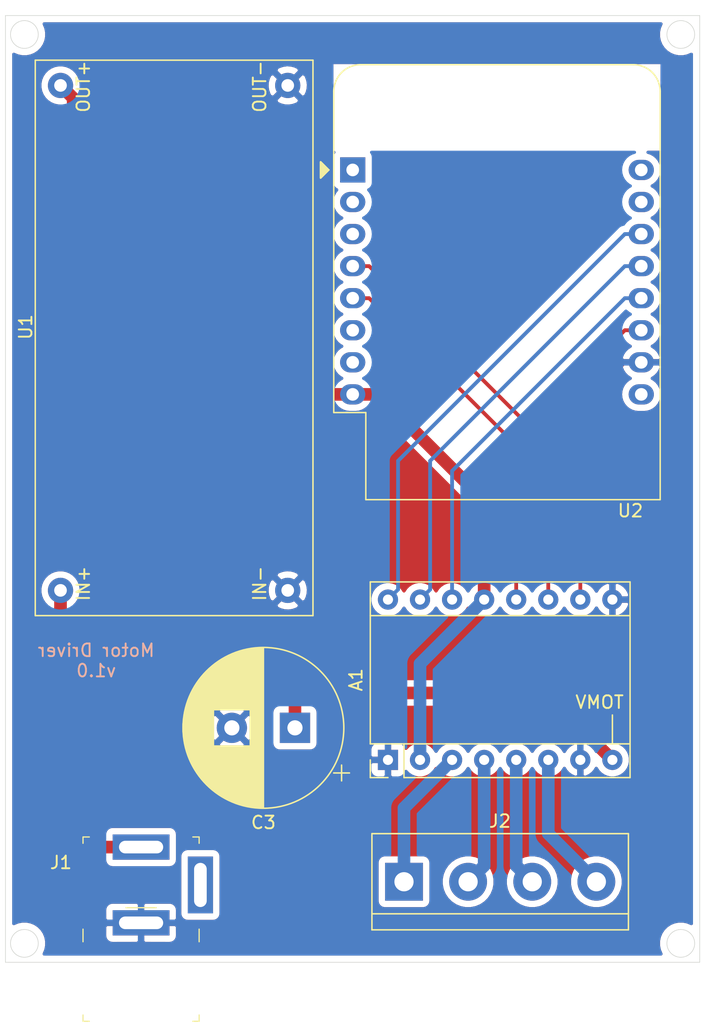
<source format=kicad_pcb>
(kicad_pcb (version 20171130) (host pcbnew "(5.1.5-0-10_14)")

  (general
    (thickness 1.6)
    (drawings 11)
    (tracks 51)
    (zones 0)
    (modules 6)
    (nets 22)
  )

  (page A4)
  (layers
    (0 F.Cu signal)
    (31 B.Cu signal)
    (32 B.Adhes user)
    (33 F.Adhes user)
    (34 B.Paste user)
    (35 F.Paste user)
    (36 B.SilkS user)
    (37 F.SilkS user)
    (38 B.Mask user)
    (39 F.Mask user)
    (40 Dwgs.User user)
    (41 Cmts.User user)
    (42 Eco1.User user)
    (43 Eco2.User user)
    (44 Edge.Cuts user)
    (45 Margin user)
    (46 B.CrtYd user)
    (47 F.CrtYd user)
    (48 B.Fab user)
    (49 F.Fab user)
  )

  (setup
    (last_trace_width 1)
    (user_trace_width 0.3)
    (user_trace_width 0.8)
    (user_trace_width 1)
    (user_trace_width 2)
    (trace_clearance 0.3)
    (zone_clearance 0.508)
    (zone_45_only no)
    (trace_min 0.2)
    (via_size 0.8)
    (via_drill 0.4)
    (via_min_size 0.4)
    (via_min_drill 0.3)
    (uvia_size 0.3)
    (uvia_drill 0.1)
    (uvias_allowed no)
    (uvia_min_size 0.2)
    (uvia_min_drill 0.1)
    (edge_width 0.05)
    (segment_width 0.2)
    (pcb_text_width 0.3)
    (pcb_text_size 1.5 1.5)
    (mod_edge_width 0.12)
    (mod_text_size 1 1)
    (mod_text_width 0.15)
    (pad_size 1.524 1.524)
    (pad_drill 0.762)
    (pad_to_mask_clearance 0.051)
    (solder_mask_min_width 0.25)
    (pad_to_paste_clearance_ratio -0.05)
    (aux_axis_origin 0 0)
    (visible_elements FFFFFF7F)
    (pcbplotparams
      (layerselection 0x010f0_ffffffff)
      (usegerberextensions true)
      (usegerberattributes false)
      (usegerberadvancedattributes false)
      (creategerberjobfile false)
      (excludeedgelayer true)
      (linewidth 0.100000)
      (plotframeref false)
      (viasonmask false)
      (mode 1)
      (useauxorigin false)
      (hpglpennumber 1)
      (hpglpenspeed 20)
      (hpglpendiameter 15.000000)
      (psnegative false)
      (psa4output false)
      (plotreference true)
      (plotvalue false)
      (plotinvisibletext false)
      (padsonsilk false)
      (subtractmaskfromsilk false)
      (outputformat 1)
      (mirror false)
      (drillshape 0)
      (scaleselection 1)
      (outputdirectory "gerbers/"))
  )

  (net 0 "")
  (net 1 +12V)
  (net 2 GND)
  (net 3 "Net-(A1-Pad6)")
  (net 4 +3V3)
  (net 5 "Net-(A1-Pad5)")
  (net 6 "Net-(A1-Pad4)")
  (net 7 "Net-(A1-Pad3)")
  (net 8 "Net-(U2-Pad16)")
  (net 9 "Net-(U2-Pad15)")
  (net 10 "Net-(U2-Pad9)")
  (net 11 "Net-(U2-Pad7)")
  (net 12 "Net-(U2-Pad6)")
  (net 13 "Net-(U2-Pad3)")
  (net 14 "Net-(U2-Pad1)")
  (net 15 "Net-(U2-Pad2)")
  (net 16 DIR)
  (net 17 STEP)
  (net 18 ~SLEEP)
  (net 19 MS3)
  (net 20 MS2)
  (net 21 MS1)

  (net_class Default "This is the default net class."
    (clearance 0.3)
    (trace_width 0.3)
    (via_dia 0.8)
    (via_drill 0.4)
    (uvia_dia 0.3)
    (uvia_drill 0.1)
    (add_net +12V)
    (add_net +3V3)
    (add_net DIR)
    (add_net GND)
    (add_net MS1)
    (add_net MS2)
    (add_net MS3)
    (add_net "Net-(A1-Pad3)")
    (add_net "Net-(A1-Pad4)")
    (add_net "Net-(A1-Pad5)")
    (add_net "Net-(A1-Pad6)")
    (add_net "Net-(U2-Pad1)")
    (add_net "Net-(U2-Pad15)")
    (add_net "Net-(U2-Pad16)")
    (add_net "Net-(U2-Pad2)")
    (add_net "Net-(U2-Pad3)")
    (add_net "Net-(U2-Pad6)")
    (add_net "Net-(U2-Pad7)")
    (add_net "Net-(U2-Pad9)")
    (add_net STEP)
    (add_net ~SLEEP)
  )

  (module Module:WEMOS_D1_mini_light (layer F.Cu) (tedit 5BBFB1CE) (tstamp 5E4061C8)
    (at 127.508 62.23)
    (descr "16-pin module, column spacing 22.86 mm (900 mils), https://wiki.wemos.cc/products:d1:d1_mini, https://c1.staticflickr.com/1/734/31400410271_f278b087db_z.jpg")
    (tags "ESP8266 WiFi microcontroller")
    (path /5E37CBEC)
    (fp_text reference U2 (at 22 27) (layer F.SilkS)
      (effects (font (size 1 1) (thickness 0.15)))
    )
    (fp_text value WeMos_D1_mini (at 11.7 0) (layer F.Fab)
      (effects (font (size 1 1) (thickness 0.15)))
    )
    (fp_text user "No copper" (at 11.43 -3.81) (layer Cmts.User)
      (effects (font (size 1 1) (thickness 0.15)))
    )
    (fp_text user "KEEP OUT" (at 11.43 -6.35) (layer Cmts.User)
      (effects (font (size 1 1) (thickness 0.15)))
    )
    (fp_arc (start 22.23 -6.21) (end 24.36 -6.21) (angle -90) (layer F.SilkS) (width 0.12))
    (fp_arc (start 0.63 -6.21) (end 0.63 -8.34) (angle -90) (layer F.SilkS) (width 0.12))
    (fp_line (start 1.04 19.22) (end 1.04 26.12) (layer F.SilkS) (width 0.12))
    (fp_line (start -1.5 19.22) (end 1.04 19.22) (layer F.SilkS) (width 0.12))
    (fp_arc (start 22.23 -6.21) (end 24.23 -6.19) (angle -90) (layer F.Fab) (width 0.1))
    (fp_arc (start 0.63 -6.21) (end 0.63 -8.21) (angle -90) (layer F.Fab) (width 0.1))
    (fp_line (start -0.37 0) (end -1.37 -1) (layer F.Fab) (width 0.1))
    (fp_line (start -1.37 1) (end -0.37 0) (layer F.Fab) (width 0.1))
    (fp_line (start -1.37 -6.21) (end -1.37 -1) (layer F.Fab) (width 0.1))
    (fp_line (start 1.17 19.09) (end 1.17 25.99) (layer F.Fab) (width 0.1))
    (fp_line (start -1.37 19.09) (end 1.17 19.09) (layer F.Fab) (width 0.1))
    (fp_line (start -1.35 -7.4) (end -0.55 -8.2) (layer Dwgs.User) (width 0.1))
    (fp_line (start -1.3 -5.45) (end 1.45 -8.2) (layer Dwgs.User) (width 0.1))
    (fp_line (start -1.35 -3.4) (end 3.45 -8.2) (layer Dwgs.User) (width 0.1))
    (fp_line (start 22.65 -1.4) (end 24.25 -3) (layer Dwgs.User) (width 0.1))
    (fp_line (start 20.65 -1.4) (end 24.25 -5) (layer Dwgs.User) (width 0.1))
    (fp_line (start 18.65 -1.4) (end 24.25 -7) (layer Dwgs.User) (width 0.1))
    (fp_line (start 16.65 -1.4) (end 23.45 -8.2) (layer Dwgs.User) (width 0.1))
    (fp_line (start 14.65 -1.4) (end 21.45 -8.2) (layer Dwgs.User) (width 0.1))
    (fp_line (start 12.65 -1.4) (end 19.45 -8.2) (layer Dwgs.User) (width 0.1))
    (fp_line (start 10.65 -1.4) (end 17.45 -8.2) (layer Dwgs.User) (width 0.1))
    (fp_line (start 8.65 -1.4) (end 15.45 -8.2) (layer Dwgs.User) (width 0.1))
    (fp_line (start 6.65 -1.4) (end 13.45 -8.2) (layer Dwgs.User) (width 0.1))
    (fp_line (start 4.65 -1.4) (end 11.45 -8.2) (layer Dwgs.User) (width 0.1))
    (fp_line (start 2.65 -1.4) (end 9.45 -8.2) (layer Dwgs.User) (width 0.1))
    (fp_line (start 0.65 -1.4) (end 7.45 -8.2) (layer Dwgs.User) (width 0.1))
    (fp_line (start -1.35 -1.4) (end 5.45 -8.2) (layer Dwgs.User) (width 0.1))
    (fp_line (start -1.35 -8.2) (end -1.35 -1.4) (layer Dwgs.User) (width 0.1))
    (fp_line (start 24.25 -8.2) (end -1.35 -8.2) (layer Dwgs.User) (width 0.1))
    (fp_line (start 24.25 -1.4) (end 24.25 -8.2) (layer Dwgs.User) (width 0.1))
    (fp_line (start -1.35 -1.4) (end 24.25 -1.4) (layer Dwgs.User) (width 0.1))
    (fp_poly (pts (xy -2.54 -0.635) (xy -2.54 0.635) (xy -1.905 0)) (layer F.SilkS) (width 0.15))
    (fp_line (start -1.62 26.24) (end -1.62 -8.46) (layer F.CrtYd) (width 0.05))
    (fp_line (start 24.48 26.24) (end -1.62 26.24) (layer F.CrtYd) (width 0.05))
    (fp_line (start 24.48 -8.41) (end 24.48 26.24) (layer F.CrtYd) (width 0.05))
    (fp_line (start -1.62 -8.46) (end 24.48 -8.46) (layer F.CrtYd) (width 0.05))
    (fp_text user %R (at 11.43 10) (layer F.Fab)
      (effects (font (size 1 1) (thickness 0.15)))
    )
    (fp_line (start -1.37 1) (end -1.37 19.09) (layer F.Fab) (width 0.1))
    (fp_line (start 22.23 -8.21) (end 0.63 -8.21) (layer F.Fab) (width 0.1))
    (fp_line (start 24.23 25.99) (end 24.23 -6.21) (layer F.Fab) (width 0.1))
    (fp_line (start 1.17 25.99) (end 24.23 25.99) (layer F.Fab) (width 0.1))
    (fp_line (start 22.24 -8.34) (end 0.63 -8.34) (layer F.SilkS) (width 0.12))
    (fp_line (start 24.36 26.12) (end 24.36 -6.21) (layer F.SilkS) (width 0.12))
    (fp_line (start -1.5 19.22) (end -1.5 -6.21) (layer F.SilkS) (width 0.12))
    (fp_line (start 1.04 26.12) (end 24.36 26.12) (layer F.SilkS) (width 0.12))
    (pad 16 thru_hole oval (at 22.86 0) (size 2 1.6) (drill 1) (layers *.Cu *.Mask)
      (net 8 "Net-(U2-Pad16)"))
    (pad 15 thru_hole oval (at 22.86 2.54) (size 2 1.6) (drill 1) (layers *.Cu *.Mask)
      (net 9 "Net-(U2-Pad15)"))
    (pad 14 thru_hole oval (at 22.86 5.08) (size 2 1.6) (drill 1) (layers *.Cu *.Mask)
      (net 16 DIR))
    (pad 13 thru_hole oval (at 22.86 7.62) (size 2 1.6) (drill 1) (layers *.Cu *.Mask)
      (net 17 STEP))
    (pad 12 thru_hole oval (at 22.86 10.16) (size 2 1.6) (drill 1) (layers *.Cu *.Mask)
      (net 18 ~SLEEP))
    (pad 11 thru_hole oval (at 22.86 12.7) (size 2 1.6) (drill 1) (layers *.Cu *.Mask)
      (net 21 MS1))
    (pad 10 thru_hole oval (at 22.86 15.24) (size 2 1.6) (drill 1) (layers *.Cu *.Mask)
      (net 2 GND))
    (pad 9 thru_hole oval (at 22.86 17.78) (size 2 1.6) (drill 1) (layers *.Cu *.Mask)
      (net 10 "Net-(U2-Pad9)"))
    (pad 8 thru_hole oval (at 0 17.78) (size 2 1.6) (drill 1) (layers *.Cu *.Mask)
      (net 4 +3V3))
    (pad 7 thru_hole oval (at 0 15.24) (size 2 1.6) (drill 1) (layers *.Cu *.Mask)
      (net 11 "Net-(U2-Pad7)"))
    (pad 6 thru_hole oval (at 0 12.7) (size 2 1.6) (drill 1) (layers *.Cu *.Mask)
      (net 12 "Net-(U2-Pad6)"))
    (pad 5 thru_hole oval (at 0 10.16) (size 2 1.6) (drill 1) (layers *.Cu *.Mask)
      (net 19 MS3))
    (pad 4 thru_hole oval (at 0 7.62) (size 2 1.6) (drill 1) (layers *.Cu *.Mask)
      (net 20 MS2))
    (pad 3 thru_hole oval (at 0 5.08) (size 2 1.6) (drill 1) (layers *.Cu *.Mask)
      (net 13 "Net-(U2-Pad3)"))
    (pad 1 thru_hole rect (at 0 0) (size 2 2) (drill 1) (layers *.Cu *.Mask)
      (net 14 "Net-(U2-Pad1)"))
    (pad 2 thru_hole oval (at 0 2.54) (size 2 1.6) (drill 1) (layers *.Cu *.Mask)
      (net 15 "Net-(U2-Pad2)"))
    (model ${KISYS3DMOD}/Module.3dshapes/WEMOS_D1_mini_light.wrl
      (at (xyz 0 0 0))
      (scale (xyz 1 1 1))
      (rotate (xyz 0 0 0))
    )
    (model ${KISYS3DMOD}/Connector_PinHeader_2.54mm.3dshapes/PinHeader_1x08_P2.54mm_Vertical.wrl
      (offset (xyz 0 0 9.5))
      (scale (xyz 1 1 1))
      (rotate (xyz 0 -180 0))
    )
    (model ${KISYS3DMOD}/Connector_PinHeader_2.54mm.3dshapes/PinHeader_1x08_P2.54mm_Vertical.wrl
      (offset (xyz 22.86 0 9.5))
      (scale (xyz 1 1 1))
      (rotate (xyz 0 -180 0))
    )
    (model ${KISYS3DMOD}/Connector_PinSocket_2.54mm.3dshapes/PinSocket_1x08_P2.54mm_Vertical.wrl
      (at (xyz 0 0 0))
      (scale (xyz 1 1 1))
      (rotate (xyz 0 0 0))
    )
    (model ${KISYS3DMOD}/Connector_PinSocket_2.54mm.3dshapes/PinSocket_1x08_P2.54mm_Vertical.wrl
      (offset (xyz 22.86 0 0))
      (scale (xyz 1 1 1))
      (rotate (xyz 0 0 0))
    )
  )

  (module blinds_motor_driver:LM2596_HW411 (layer F.Cu) (tedit 5E3F0C9A) (tstamp 5E406185)
    (at 102.362 97.536 90)
    (path /5E354583)
    (fp_text reference U1 (at 22.86 -0.762 90) (layer F.SilkS)
      (effects (font (size 1 1) (thickness 0.15)))
    )
    (fp_text value LM2596_HW411 (at 21.59 17.78 90) (layer F.Fab)
      (effects (font (size 1 1) (thickness 0.15)))
    )
    (fp_text user OUT- (at 41.91 17.78 90) (layer F.SilkS)
      (effects (font (size 1 1) (thickness 0.15)))
    )
    (fp_text user OUT+ (at 41.91 3.81 90) (layer F.SilkS)
      (effects (font (size 1 1) (thickness 0.15)))
    )
    (fp_text user IN- (at 2.54 17.78 90) (layer F.SilkS)
      (effects (font (size 1 1) (thickness 0.15)))
    )
    (fp_text user IN+ (at 2.54 3.81 90) (layer F.SilkS)
      (effects (font (size 1 1) (thickness 0.15)))
    )
    (fp_line (start 0 0) (end 44 0) (layer F.SilkS) (width 0.12))
    (fp_line (start 0 0) (end 0 22) (layer F.SilkS) (width 0.12))
    (fp_line (start 0 22) (end 44 22) (layer F.SilkS) (width 0.12))
    (fp_line (start 44 22) (end 44 0) (layer F.SilkS) (width 0.12))
    (pad 1 thru_hole circle (at 2 2 90) (size 2 2) (drill 1) (layers *.Cu *.Mask)
      (net 1 +12V))
    (pad 2 thru_hole circle (at 2 20 90) (size 2 2) (drill 1) (layers *.Cu *.Mask)
      (net 2 GND))
    (pad 3 thru_hole circle (at 42 20 90) (size 2 2) (drill 1) (layers *.Cu *.Mask)
      (net 2 GND))
    (pad 4 thru_hole circle (at 42 2 90) (size 2 2) (drill 1) (layers *.Cu *.Mask)
      (net 4 +3V3))
  )

  (module TerminalBlock:TerminalBlock_bornier-4_P5.08mm (layer F.Cu) (tedit 59FF03D1) (tstamp 5E406175)
    (at 131.572 118.618)
    (descr "simple 4-pin terminal block, pitch 5.08mm, revamped version of bornier4")
    (tags "terminal block bornier4")
    (path /5E3717EF)
    (fp_text reference J2 (at 7.6 -4.8) (layer F.SilkS)
      (effects (font (size 1 1) (thickness 0.15)))
    )
    (fp_text value Screw_Terminal_01x04 (at 7.6 4.75) (layer F.Fab)
      (effects (font (size 1 1) (thickness 0.15)))
    )
    (fp_line (start 17.97 4) (end -2.73 4) (layer F.CrtYd) (width 0.05))
    (fp_line (start 17.97 4) (end 17.97 -4) (layer F.CrtYd) (width 0.05))
    (fp_line (start -2.73 -4) (end -2.73 4) (layer F.CrtYd) (width 0.05))
    (fp_line (start -2.73 -4) (end 17.97 -4) (layer F.CrtYd) (width 0.05))
    (fp_line (start -2.54 3.81) (end 17.78 3.81) (layer F.SilkS) (width 0.12))
    (fp_line (start -2.54 -3.81) (end 17.78 -3.81) (layer F.SilkS) (width 0.12))
    (fp_line (start 17.78 2.54) (end -2.54 2.54) (layer F.SilkS) (width 0.12))
    (fp_line (start 17.78 3.81) (end 17.78 -3.81) (layer F.SilkS) (width 0.12))
    (fp_line (start -2.54 -3.81) (end -2.54 3.81) (layer F.SilkS) (width 0.12))
    (fp_line (start 17.72 3.75) (end -2.43 3.75) (layer F.Fab) (width 0.1))
    (fp_line (start 17.72 -3.75) (end 17.72 3.75) (layer F.Fab) (width 0.1))
    (fp_line (start -2.48 -3.75) (end 17.72 -3.75) (layer F.Fab) (width 0.1))
    (fp_line (start -2.48 3.75) (end -2.48 -3.75) (layer F.Fab) (width 0.1))
    (fp_line (start -2.43 3.75) (end -2.48 3.75) (layer F.Fab) (width 0.1))
    (fp_line (start -2.48 2.55) (end 17.72 2.55) (layer F.Fab) (width 0.1))
    (fp_text user %R (at 7.62 0) (layer F.Fab)
      (effects (font (size 1 1) (thickness 0.15)))
    )
    (pad 4 thru_hole circle (at 15.24 0) (size 3 3) (drill 1.52) (layers *.Cu *.Mask)
      (net 3 "Net-(A1-Pad6)"))
    (pad 1 thru_hole rect (at 0 0) (size 3 3) (drill 1.52) (layers *.Cu *.Mask)
      (net 7 "Net-(A1-Pad3)"))
    (pad 3 thru_hole circle (at 10.16 0) (size 3 3) (drill 1.52) (layers *.Cu *.Mask)
      (net 5 "Net-(A1-Pad5)"))
    (pad 2 thru_hole circle (at 5.08 0) (size 3 3) (drill 1.52) (layers *.Cu *.Mask)
      (net 6 "Net-(A1-Pad4)"))
    (model ${KISYS3DMOD}/TerminalBlock.3dshapes/TerminalBlock_bornier-4_P5.08mm.wrl
      (offset (xyz 7.619999885559082 0 0))
      (scale (xyz 1 1 1))
      (rotate (xyz 0 0 0))
    )
  )

  (module digikey-footprints:Barrel_Jack_5.5mmODx2.1mmID_PJ-202A (layer F.Cu) (tedit 5CAD1432) (tstamp 5E40615D)
    (at 110.744 118.872 180)
    (path /5E367D1B)
    (fp_text reference J1 (at 6.35 1.778) (layer F.SilkS)
      (effects (font (size 1 1) (thickness 0.15)))
    )
    (fp_text value Barrel_Jack (at 0 5.8) (layer F.Fab)
      (effects (font (size 1 1) (thickness 0.15)))
    )
    (fp_line (start -4.5 3.7) (end 4.5 3.7) (layer F.Fab) (width 0.1))
    (fp_line (start -4.5 3.7) (end -4.5 -10.7) (layer F.Fab) (width 0.1))
    (fp_line (start 4.5 3.7) (end 4.5 -10.7) (layer F.Fab) (width 0.1))
    (fp_line (start -4.5 -10.7) (end 4.5 -10.7) (layer F.Fab) (width 0.1))
    (fp_line (start 4.6 3.8) (end 4.1 3.8) (layer F.SilkS) (width 0.1))
    (fp_line (start 4.6 3.8) (end 4.6 3.3) (layer F.SilkS) (width 0.1))
    (fp_line (start -4.6 3.8) (end -4.1 3.8) (layer F.SilkS) (width 0.1))
    (fp_line (start -4.6 3.8) (end -4.6 3.3) (layer F.SilkS) (width 0.1))
    (fp_line (start -1.2 -1.8) (end 1.2 -1.8) (layer F.SilkS) (width 0.1))
    (fp_line (start -4.6 -10.8) (end -4.6 -10.3) (layer F.SilkS) (width 0.1))
    (fp_line (start -4.6 -10.8) (end -4.1 -10.8) (layer F.SilkS) (width 0.1))
    (fp_line (start 4.6 -10.8) (end 4.1 -10.8) (layer F.SilkS) (width 0.1))
    (fp_line (start 4.6 -10.8) (end 4.6 -10.3) (layer F.SilkS) (width 0.1))
    (fp_line (start -4.6 -3.5) (end -4.6 -4.5) (layer F.SilkS) (width 0.1))
    (fp_line (start 4.6 -3.5) (end 4.6 -4.5) (layer F.SilkS) (width 0.1))
    (fp_line (start -5.9 -11) (end 4.8 -11) (layer F.CrtYd) (width 0.05))
    (fp_line (start -5.9 -11) (end -5.9 4.2) (layer F.CrtYd) (width 0.05))
    (fp_line (start 4.8 -11) (end 4.8 4.2) (layer F.CrtYd) (width 0.05))
    (fp_line (start -5.9 4.2) (end 4.8 4.2) (layer F.CrtYd) (width 0.05))
    (pad 2 thru_hole rect (at 0 -3 180) (size 4.5 2) (drill oval 3.5 1) (layers *.Cu *.Mask)
      (net 2 GND))
    (pad 1 thru_hole rect (at 0 3 180) (size 4.5 2) (drill oval 3.5 1) (layers *.Cu *.Mask)
      (net 1 +12V))
    (pad 3 thru_hole rect (at -4.7 0 180) (size 2 4.5) (drill oval 1 3.5) (layers *.Cu *.Mask))
  )

  (module Capacitor_THT:CP_Radial_D12.5mm_P5.00mm (layer F.Cu) (tedit 5AE50EF1) (tstamp 5E406143)
    (at 122.936 106.426 180)
    (descr "CP, Radial series, Radial, pin pitch=5.00mm, , diameter=12.5mm, Electrolytic Capacitor")
    (tags "CP Radial series Radial pin pitch 5.00mm  diameter 12.5mm Electrolytic Capacitor")
    (path /5E3961C4)
    (fp_text reference C3 (at 2.5 -7.5) (layer F.SilkS)
      (effects (font (size 1 1) (thickness 0.15)))
    )
    (fp_text value 1000µF (at 2.5 7.5) (layer F.Fab)
      (effects (font (size 1 1) (thickness 0.15)))
    )
    (fp_text user %R (at 2.5 0) (layer F.Fab)
      (effects (font (size 1 1) (thickness 0.15)))
    )
    (fp_line (start -3.692082 -4.2) (end -3.692082 -2.95) (layer F.SilkS) (width 0.12))
    (fp_line (start -4.317082 -3.575) (end -3.067082 -3.575) (layer F.SilkS) (width 0.12))
    (fp_line (start 8.861 -0.317) (end 8.861 0.317) (layer F.SilkS) (width 0.12))
    (fp_line (start 8.821 -0.757) (end 8.821 0.757) (layer F.SilkS) (width 0.12))
    (fp_line (start 8.781 -1.028) (end 8.781 1.028) (layer F.SilkS) (width 0.12))
    (fp_line (start 8.741 -1.241) (end 8.741 1.241) (layer F.SilkS) (width 0.12))
    (fp_line (start 8.701 -1.422) (end 8.701 1.422) (layer F.SilkS) (width 0.12))
    (fp_line (start 8.661 -1.583) (end 8.661 1.583) (layer F.SilkS) (width 0.12))
    (fp_line (start 8.621 -1.728) (end 8.621 1.728) (layer F.SilkS) (width 0.12))
    (fp_line (start 8.581 -1.861) (end 8.581 1.861) (layer F.SilkS) (width 0.12))
    (fp_line (start 8.541 -1.984) (end 8.541 1.984) (layer F.SilkS) (width 0.12))
    (fp_line (start 8.501 -2.1) (end 8.501 2.1) (layer F.SilkS) (width 0.12))
    (fp_line (start 8.461 -2.209) (end 8.461 2.209) (layer F.SilkS) (width 0.12))
    (fp_line (start 8.421 -2.312) (end 8.421 2.312) (layer F.SilkS) (width 0.12))
    (fp_line (start 8.381 -2.41) (end 8.381 2.41) (layer F.SilkS) (width 0.12))
    (fp_line (start 8.341 -2.504) (end 8.341 2.504) (layer F.SilkS) (width 0.12))
    (fp_line (start 8.301 -2.594) (end 8.301 2.594) (layer F.SilkS) (width 0.12))
    (fp_line (start 8.261 -2.681) (end 8.261 2.681) (layer F.SilkS) (width 0.12))
    (fp_line (start 8.221 -2.764) (end 8.221 2.764) (layer F.SilkS) (width 0.12))
    (fp_line (start 8.181 -2.844) (end 8.181 2.844) (layer F.SilkS) (width 0.12))
    (fp_line (start 8.141 -2.921) (end 8.141 2.921) (layer F.SilkS) (width 0.12))
    (fp_line (start 8.101 -2.996) (end 8.101 2.996) (layer F.SilkS) (width 0.12))
    (fp_line (start 8.061 -3.069) (end 8.061 3.069) (layer F.SilkS) (width 0.12))
    (fp_line (start 8.021 -3.14) (end 8.021 3.14) (layer F.SilkS) (width 0.12))
    (fp_line (start 7.981 -3.208) (end 7.981 3.208) (layer F.SilkS) (width 0.12))
    (fp_line (start 7.941 -3.275) (end 7.941 3.275) (layer F.SilkS) (width 0.12))
    (fp_line (start 7.901 -3.339) (end 7.901 3.339) (layer F.SilkS) (width 0.12))
    (fp_line (start 7.861 -3.402) (end 7.861 3.402) (layer F.SilkS) (width 0.12))
    (fp_line (start 7.821 -3.464) (end 7.821 3.464) (layer F.SilkS) (width 0.12))
    (fp_line (start 7.781 -3.524) (end 7.781 3.524) (layer F.SilkS) (width 0.12))
    (fp_line (start 7.741 -3.583) (end 7.741 3.583) (layer F.SilkS) (width 0.12))
    (fp_line (start 7.701 -3.64) (end 7.701 3.64) (layer F.SilkS) (width 0.12))
    (fp_line (start 7.661 -3.696) (end 7.661 3.696) (layer F.SilkS) (width 0.12))
    (fp_line (start 7.621 -3.75) (end 7.621 3.75) (layer F.SilkS) (width 0.12))
    (fp_line (start 7.581 -3.804) (end 7.581 3.804) (layer F.SilkS) (width 0.12))
    (fp_line (start 7.541 -3.856) (end 7.541 3.856) (layer F.SilkS) (width 0.12))
    (fp_line (start 7.501 -3.907) (end 7.501 3.907) (layer F.SilkS) (width 0.12))
    (fp_line (start 7.461 -3.957) (end 7.461 3.957) (layer F.SilkS) (width 0.12))
    (fp_line (start 7.421 -4.007) (end 7.421 4.007) (layer F.SilkS) (width 0.12))
    (fp_line (start 7.381 -4.055) (end 7.381 4.055) (layer F.SilkS) (width 0.12))
    (fp_line (start 7.341 -4.102) (end 7.341 4.102) (layer F.SilkS) (width 0.12))
    (fp_line (start 7.301 -4.148) (end 7.301 4.148) (layer F.SilkS) (width 0.12))
    (fp_line (start 7.261 -4.194) (end 7.261 4.194) (layer F.SilkS) (width 0.12))
    (fp_line (start 7.221 -4.238) (end 7.221 4.238) (layer F.SilkS) (width 0.12))
    (fp_line (start 7.181 -4.282) (end 7.181 4.282) (layer F.SilkS) (width 0.12))
    (fp_line (start 7.141 -4.325) (end 7.141 4.325) (layer F.SilkS) (width 0.12))
    (fp_line (start 7.101 -4.367) (end 7.101 4.367) (layer F.SilkS) (width 0.12))
    (fp_line (start 7.061 -4.408) (end 7.061 4.408) (layer F.SilkS) (width 0.12))
    (fp_line (start 7.021 -4.449) (end 7.021 4.449) (layer F.SilkS) (width 0.12))
    (fp_line (start 6.981 -4.489) (end 6.981 4.489) (layer F.SilkS) (width 0.12))
    (fp_line (start 6.941 -4.528) (end 6.941 4.528) (layer F.SilkS) (width 0.12))
    (fp_line (start 6.901 -4.567) (end 6.901 4.567) (layer F.SilkS) (width 0.12))
    (fp_line (start 6.861 -4.605) (end 6.861 4.605) (layer F.SilkS) (width 0.12))
    (fp_line (start 6.821 -4.642) (end 6.821 4.642) (layer F.SilkS) (width 0.12))
    (fp_line (start 6.781 -4.678) (end 6.781 4.678) (layer F.SilkS) (width 0.12))
    (fp_line (start 6.741 -4.714) (end 6.741 4.714) (layer F.SilkS) (width 0.12))
    (fp_line (start 6.701 -4.75) (end 6.701 4.75) (layer F.SilkS) (width 0.12))
    (fp_line (start 6.661 -4.785) (end 6.661 4.785) (layer F.SilkS) (width 0.12))
    (fp_line (start 6.621 -4.819) (end 6.621 4.819) (layer F.SilkS) (width 0.12))
    (fp_line (start 6.581 -4.852) (end 6.581 4.852) (layer F.SilkS) (width 0.12))
    (fp_line (start 6.541 -4.885) (end 6.541 4.885) (layer F.SilkS) (width 0.12))
    (fp_line (start 6.501 -4.918) (end 6.501 4.918) (layer F.SilkS) (width 0.12))
    (fp_line (start 6.461 -4.95) (end 6.461 4.95) (layer F.SilkS) (width 0.12))
    (fp_line (start 6.421 1.44) (end 6.421 4.982) (layer F.SilkS) (width 0.12))
    (fp_line (start 6.421 -4.982) (end 6.421 -1.44) (layer F.SilkS) (width 0.12))
    (fp_line (start 6.381 1.44) (end 6.381 5.012) (layer F.SilkS) (width 0.12))
    (fp_line (start 6.381 -5.012) (end 6.381 -1.44) (layer F.SilkS) (width 0.12))
    (fp_line (start 6.341 1.44) (end 6.341 5.043) (layer F.SilkS) (width 0.12))
    (fp_line (start 6.341 -5.043) (end 6.341 -1.44) (layer F.SilkS) (width 0.12))
    (fp_line (start 6.301 1.44) (end 6.301 5.073) (layer F.SilkS) (width 0.12))
    (fp_line (start 6.301 -5.073) (end 6.301 -1.44) (layer F.SilkS) (width 0.12))
    (fp_line (start 6.261 1.44) (end 6.261 5.102) (layer F.SilkS) (width 0.12))
    (fp_line (start 6.261 -5.102) (end 6.261 -1.44) (layer F.SilkS) (width 0.12))
    (fp_line (start 6.221 1.44) (end 6.221 5.131) (layer F.SilkS) (width 0.12))
    (fp_line (start 6.221 -5.131) (end 6.221 -1.44) (layer F.SilkS) (width 0.12))
    (fp_line (start 6.181 1.44) (end 6.181 5.16) (layer F.SilkS) (width 0.12))
    (fp_line (start 6.181 -5.16) (end 6.181 -1.44) (layer F.SilkS) (width 0.12))
    (fp_line (start 6.141 1.44) (end 6.141 5.188) (layer F.SilkS) (width 0.12))
    (fp_line (start 6.141 -5.188) (end 6.141 -1.44) (layer F.SilkS) (width 0.12))
    (fp_line (start 6.101 1.44) (end 6.101 5.216) (layer F.SilkS) (width 0.12))
    (fp_line (start 6.101 -5.216) (end 6.101 -1.44) (layer F.SilkS) (width 0.12))
    (fp_line (start 6.061 1.44) (end 6.061 5.243) (layer F.SilkS) (width 0.12))
    (fp_line (start 6.061 -5.243) (end 6.061 -1.44) (layer F.SilkS) (width 0.12))
    (fp_line (start 6.021 1.44) (end 6.021 5.27) (layer F.SilkS) (width 0.12))
    (fp_line (start 6.021 -5.27) (end 6.021 -1.44) (layer F.SilkS) (width 0.12))
    (fp_line (start 5.981 1.44) (end 5.981 5.296) (layer F.SilkS) (width 0.12))
    (fp_line (start 5.981 -5.296) (end 5.981 -1.44) (layer F.SilkS) (width 0.12))
    (fp_line (start 5.941 1.44) (end 5.941 5.322) (layer F.SilkS) (width 0.12))
    (fp_line (start 5.941 -5.322) (end 5.941 -1.44) (layer F.SilkS) (width 0.12))
    (fp_line (start 5.901 1.44) (end 5.901 5.347) (layer F.SilkS) (width 0.12))
    (fp_line (start 5.901 -5.347) (end 5.901 -1.44) (layer F.SilkS) (width 0.12))
    (fp_line (start 5.861 1.44) (end 5.861 5.372) (layer F.SilkS) (width 0.12))
    (fp_line (start 5.861 -5.372) (end 5.861 -1.44) (layer F.SilkS) (width 0.12))
    (fp_line (start 5.821 1.44) (end 5.821 5.397) (layer F.SilkS) (width 0.12))
    (fp_line (start 5.821 -5.397) (end 5.821 -1.44) (layer F.SilkS) (width 0.12))
    (fp_line (start 5.781 1.44) (end 5.781 5.421) (layer F.SilkS) (width 0.12))
    (fp_line (start 5.781 -5.421) (end 5.781 -1.44) (layer F.SilkS) (width 0.12))
    (fp_line (start 5.741 1.44) (end 5.741 5.445) (layer F.SilkS) (width 0.12))
    (fp_line (start 5.741 -5.445) (end 5.741 -1.44) (layer F.SilkS) (width 0.12))
    (fp_line (start 5.701 1.44) (end 5.701 5.468) (layer F.SilkS) (width 0.12))
    (fp_line (start 5.701 -5.468) (end 5.701 -1.44) (layer F.SilkS) (width 0.12))
    (fp_line (start 5.661 1.44) (end 5.661 5.491) (layer F.SilkS) (width 0.12))
    (fp_line (start 5.661 -5.491) (end 5.661 -1.44) (layer F.SilkS) (width 0.12))
    (fp_line (start 5.621 1.44) (end 5.621 5.514) (layer F.SilkS) (width 0.12))
    (fp_line (start 5.621 -5.514) (end 5.621 -1.44) (layer F.SilkS) (width 0.12))
    (fp_line (start 5.581 1.44) (end 5.581 5.536) (layer F.SilkS) (width 0.12))
    (fp_line (start 5.581 -5.536) (end 5.581 -1.44) (layer F.SilkS) (width 0.12))
    (fp_line (start 5.541 1.44) (end 5.541 5.558) (layer F.SilkS) (width 0.12))
    (fp_line (start 5.541 -5.558) (end 5.541 -1.44) (layer F.SilkS) (width 0.12))
    (fp_line (start 5.501 1.44) (end 5.501 5.58) (layer F.SilkS) (width 0.12))
    (fp_line (start 5.501 -5.58) (end 5.501 -1.44) (layer F.SilkS) (width 0.12))
    (fp_line (start 5.461 1.44) (end 5.461 5.601) (layer F.SilkS) (width 0.12))
    (fp_line (start 5.461 -5.601) (end 5.461 -1.44) (layer F.SilkS) (width 0.12))
    (fp_line (start 5.421 1.44) (end 5.421 5.622) (layer F.SilkS) (width 0.12))
    (fp_line (start 5.421 -5.622) (end 5.421 -1.44) (layer F.SilkS) (width 0.12))
    (fp_line (start 5.381 1.44) (end 5.381 5.642) (layer F.SilkS) (width 0.12))
    (fp_line (start 5.381 -5.642) (end 5.381 -1.44) (layer F.SilkS) (width 0.12))
    (fp_line (start 5.341 1.44) (end 5.341 5.662) (layer F.SilkS) (width 0.12))
    (fp_line (start 5.341 -5.662) (end 5.341 -1.44) (layer F.SilkS) (width 0.12))
    (fp_line (start 5.301 1.44) (end 5.301 5.682) (layer F.SilkS) (width 0.12))
    (fp_line (start 5.301 -5.682) (end 5.301 -1.44) (layer F.SilkS) (width 0.12))
    (fp_line (start 5.261 1.44) (end 5.261 5.702) (layer F.SilkS) (width 0.12))
    (fp_line (start 5.261 -5.702) (end 5.261 -1.44) (layer F.SilkS) (width 0.12))
    (fp_line (start 5.221 1.44) (end 5.221 5.721) (layer F.SilkS) (width 0.12))
    (fp_line (start 5.221 -5.721) (end 5.221 -1.44) (layer F.SilkS) (width 0.12))
    (fp_line (start 5.181 1.44) (end 5.181 5.739) (layer F.SilkS) (width 0.12))
    (fp_line (start 5.181 -5.739) (end 5.181 -1.44) (layer F.SilkS) (width 0.12))
    (fp_line (start 5.141 1.44) (end 5.141 5.758) (layer F.SilkS) (width 0.12))
    (fp_line (start 5.141 -5.758) (end 5.141 -1.44) (layer F.SilkS) (width 0.12))
    (fp_line (start 5.101 1.44) (end 5.101 5.776) (layer F.SilkS) (width 0.12))
    (fp_line (start 5.101 -5.776) (end 5.101 -1.44) (layer F.SilkS) (width 0.12))
    (fp_line (start 5.061 1.44) (end 5.061 5.793) (layer F.SilkS) (width 0.12))
    (fp_line (start 5.061 -5.793) (end 5.061 -1.44) (layer F.SilkS) (width 0.12))
    (fp_line (start 5.021 1.44) (end 5.021 5.811) (layer F.SilkS) (width 0.12))
    (fp_line (start 5.021 -5.811) (end 5.021 -1.44) (layer F.SilkS) (width 0.12))
    (fp_line (start 4.981 1.44) (end 4.981 5.828) (layer F.SilkS) (width 0.12))
    (fp_line (start 4.981 -5.828) (end 4.981 -1.44) (layer F.SilkS) (width 0.12))
    (fp_line (start 4.941 1.44) (end 4.941 5.845) (layer F.SilkS) (width 0.12))
    (fp_line (start 4.941 -5.845) (end 4.941 -1.44) (layer F.SilkS) (width 0.12))
    (fp_line (start 4.901 1.44) (end 4.901 5.861) (layer F.SilkS) (width 0.12))
    (fp_line (start 4.901 -5.861) (end 4.901 -1.44) (layer F.SilkS) (width 0.12))
    (fp_line (start 4.861 1.44) (end 4.861 5.877) (layer F.SilkS) (width 0.12))
    (fp_line (start 4.861 -5.877) (end 4.861 -1.44) (layer F.SilkS) (width 0.12))
    (fp_line (start 4.821 1.44) (end 4.821 5.893) (layer F.SilkS) (width 0.12))
    (fp_line (start 4.821 -5.893) (end 4.821 -1.44) (layer F.SilkS) (width 0.12))
    (fp_line (start 4.781 1.44) (end 4.781 5.908) (layer F.SilkS) (width 0.12))
    (fp_line (start 4.781 -5.908) (end 4.781 -1.44) (layer F.SilkS) (width 0.12))
    (fp_line (start 4.741 1.44) (end 4.741 5.924) (layer F.SilkS) (width 0.12))
    (fp_line (start 4.741 -5.924) (end 4.741 -1.44) (layer F.SilkS) (width 0.12))
    (fp_line (start 4.701 1.44) (end 4.701 5.939) (layer F.SilkS) (width 0.12))
    (fp_line (start 4.701 -5.939) (end 4.701 -1.44) (layer F.SilkS) (width 0.12))
    (fp_line (start 4.661 1.44) (end 4.661 5.953) (layer F.SilkS) (width 0.12))
    (fp_line (start 4.661 -5.953) (end 4.661 -1.44) (layer F.SilkS) (width 0.12))
    (fp_line (start 4.621 1.44) (end 4.621 5.967) (layer F.SilkS) (width 0.12))
    (fp_line (start 4.621 -5.967) (end 4.621 -1.44) (layer F.SilkS) (width 0.12))
    (fp_line (start 4.581 1.44) (end 4.581 5.981) (layer F.SilkS) (width 0.12))
    (fp_line (start 4.581 -5.981) (end 4.581 -1.44) (layer F.SilkS) (width 0.12))
    (fp_line (start 4.541 1.44) (end 4.541 5.995) (layer F.SilkS) (width 0.12))
    (fp_line (start 4.541 -5.995) (end 4.541 -1.44) (layer F.SilkS) (width 0.12))
    (fp_line (start 4.501 1.44) (end 4.501 6.008) (layer F.SilkS) (width 0.12))
    (fp_line (start 4.501 -6.008) (end 4.501 -1.44) (layer F.SilkS) (width 0.12))
    (fp_line (start 4.461 1.44) (end 4.461 6.021) (layer F.SilkS) (width 0.12))
    (fp_line (start 4.461 -6.021) (end 4.461 -1.44) (layer F.SilkS) (width 0.12))
    (fp_line (start 4.421 1.44) (end 4.421 6.034) (layer F.SilkS) (width 0.12))
    (fp_line (start 4.421 -6.034) (end 4.421 -1.44) (layer F.SilkS) (width 0.12))
    (fp_line (start 4.381 1.44) (end 4.381 6.047) (layer F.SilkS) (width 0.12))
    (fp_line (start 4.381 -6.047) (end 4.381 -1.44) (layer F.SilkS) (width 0.12))
    (fp_line (start 4.341 1.44) (end 4.341 6.059) (layer F.SilkS) (width 0.12))
    (fp_line (start 4.341 -6.059) (end 4.341 -1.44) (layer F.SilkS) (width 0.12))
    (fp_line (start 4.301 1.44) (end 4.301 6.071) (layer F.SilkS) (width 0.12))
    (fp_line (start 4.301 -6.071) (end 4.301 -1.44) (layer F.SilkS) (width 0.12))
    (fp_line (start 4.261 1.44) (end 4.261 6.083) (layer F.SilkS) (width 0.12))
    (fp_line (start 4.261 -6.083) (end 4.261 -1.44) (layer F.SilkS) (width 0.12))
    (fp_line (start 4.221 1.44) (end 4.221 6.094) (layer F.SilkS) (width 0.12))
    (fp_line (start 4.221 -6.094) (end 4.221 -1.44) (layer F.SilkS) (width 0.12))
    (fp_line (start 4.181 1.44) (end 4.181 6.105) (layer F.SilkS) (width 0.12))
    (fp_line (start 4.181 -6.105) (end 4.181 -1.44) (layer F.SilkS) (width 0.12))
    (fp_line (start 4.141 1.44) (end 4.141 6.116) (layer F.SilkS) (width 0.12))
    (fp_line (start 4.141 -6.116) (end 4.141 -1.44) (layer F.SilkS) (width 0.12))
    (fp_line (start 4.101 1.44) (end 4.101 6.126) (layer F.SilkS) (width 0.12))
    (fp_line (start 4.101 -6.126) (end 4.101 -1.44) (layer F.SilkS) (width 0.12))
    (fp_line (start 4.061 1.44) (end 4.061 6.137) (layer F.SilkS) (width 0.12))
    (fp_line (start 4.061 -6.137) (end 4.061 -1.44) (layer F.SilkS) (width 0.12))
    (fp_line (start 4.021 1.44) (end 4.021 6.146) (layer F.SilkS) (width 0.12))
    (fp_line (start 4.021 -6.146) (end 4.021 -1.44) (layer F.SilkS) (width 0.12))
    (fp_line (start 3.981 1.44) (end 3.981 6.156) (layer F.SilkS) (width 0.12))
    (fp_line (start 3.981 -6.156) (end 3.981 -1.44) (layer F.SilkS) (width 0.12))
    (fp_line (start 3.941 1.44) (end 3.941 6.166) (layer F.SilkS) (width 0.12))
    (fp_line (start 3.941 -6.166) (end 3.941 -1.44) (layer F.SilkS) (width 0.12))
    (fp_line (start 3.901 1.44) (end 3.901 6.175) (layer F.SilkS) (width 0.12))
    (fp_line (start 3.901 -6.175) (end 3.901 -1.44) (layer F.SilkS) (width 0.12))
    (fp_line (start 3.861 1.44) (end 3.861 6.184) (layer F.SilkS) (width 0.12))
    (fp_line (start 3.861 -6.184) (end 3.861 -1.44) (layer F.SilkS) (width 0.12))
    (fp_line (start 3.821 1.44) (end 3.821 6.192) (layer F.SilkS) (width 0.12))
    (fp_line (start 3.821 -6.192) (end 3.821 -1.44) (layer F.SilkS) (width 0.12))
    (fp_line (start 3.781 1.44) (end 3.781 6.201) (layer F.SilkS) (width 0.12))
    (fp_line (start 3.781 -6.201) (end 3.781 -1.44) (layer F.SilkS) (width 0.12))
    (fp_line (start 3.741 1.44) (end 3.741 6.209) (layer F.SilkS) (width 0.12))
    (fp_line (start 3.741 -6.209) (end 3.741 -1.44) (layer F.SilkS) (width 0.12))
    (fp_line (start 3.701 1.44) (end 3.701 6.216) (layer F.SilkS) (width 0.12))
    (fp_line (start 3.701 -6.216) (end 3.701 -1.44) (layer F.SilkS) (width 0.12))
    (fp_line (start 3.661 1.44) (end 3.661 6.224) (layer F.SilkS) (width 0.12))
    (fp_line (start 3.661 -6.224) (end 3.661 -1.44) (layer F.SilkS) (width 0.12))
    (fp_line (start 3.621 1.44) (end 3.621 6.231) (layer F.SilkS) (width 0.12))
    (fp_line (start 3.621 -6.231) (end 3.621 -1.44) (layer F.SilkS) (width 0.12))
    (fp_line (start 3.581 1.44) (end 3.581 6.238) (layer F.SilkS) (width 0.12))
    (fp_line (start 3.581 -6.238) (end 3.581 -1.44) (layer F.SilkS) (width 0.12))
    (fp_line (start 3.541 -6.245) (end 3.541 6.245) (layer F.SilkS) (width 0.12))
    (fp_line (start 3.501 -6.252) (end 3.501 6.252) (layer F.SilkS) (width 0.12))
    (fp_line (start 3.461 -6.258) (end 3.461 6.258) (layer F.SilkS) (width 0.12))
    (fp_line (start 3.421 -6.264) (end 3.421 6.264) (layer F.SilkS) (width 0.12))
    (fp_line (start 3.381 -6.269) (end 3.381 6.269) (layer F.SilkS) (width 0.12))
    (fp_line (start 3.341 -6.275) (end 3.341 6.275) (layer F.SilkS) (width 0.12))
    (fp_line (start 3.301 -6.28) (end 3.301 6.28) (layer F.SilkS) (width 0.12))
    (fp_line (start 3.261 -6.285) (end 3.261 6.285) (layer F.SilkS) (width 0.12))
    (fp_line (start 3.221 -6.29) (end 3.221 6.29) (layer F.SilkS) (width 0.12))
    (fp_line (start 3.18 -6.294) (end 3.18 6.294) (layer F.SilkS) (width 0.12))
    (fp_line (start 3.14 -6.298) (end 3.14 6.298) (layer F.SilkS) (width 0.12))
    (fp_line (start 3.1 -6.302) (end 3.1 6.302) (layer F.SilkS) (width 0.12))
    (fp_line (start 3.06 -6.306) (end 3.06 6.306) (layer F.SilkS) (width 0.12))
    (fp_line (start 3.02 -6.309) (end 3.02 6.309) (layer F.SilkS) (width 0.12))
    (fp_line (start 2.98 -6.312) (end 2.98 6.312) (layer F.SilkS) (width 0.12))
    (fp_line (start 2.94 -6.315) (end 2.94 6.315) (layer F.SilkS) (width 0.12))
    (fp_line (start 2.9 -6.318) (end 2.9 6.318) (layer F.SilkS) (width 0.12))
    (fp_line (start 2.86 -6.32) (end 2.86 6.32) (layer F.SilkS) (width 0.12))
    (fp_line (start 2.82 -6.322) (end 2.82 6.322) (layer F.SilkS) (width 0.12))
    (fp_line (start 2.78 -6.324) (end 2.78 6.324) (layer F.SilkS) (width 0.12))
    (fp_line (start 2.74 -6.326) (end 2.74 6.326) (layer F.SilkS) (width 0.12))
    (fp_line (start 2.7 -6.327) (end 2.7 6.327) (layer F.SilkS) (width 0.12))
    (fp_line (start 2.66 -6.328) (end 2.66 6.328) (layer F.SilkS) (width 0.12))
    (fp_line (start 2.62 -6.329) (end 2.62 6.329) (layer F.SilkS) (width 0.12))
    (fp_line (start 2.58 -6.33) (end 2.58 6.33) (layer F.SilkS) (width 0.12))
    (fp_line (start 2.54 -6.33) (end 2.54 6.33) (layer F.SilkS) (width 0.12))
    (fp_line (start 2.5 -6.33) (end 2.5 6.33) (layer F.SilkS) (width 0.12))
    (fp_line (start -2.241489 -3.3625) (end -2.241489 -2.1125) (layer F.Fab) (width 0.1))
    (fp_line (start -2.866489 -2.7375) (end -1.616489 -2.7375) (layer F.Fab) (width 0.1))
    (fp_circle (center 2.5 0) (end 9 0) (layer F.CrtYd) (width 0.05))
    (fp_circle (center 2.5 0) (end 8.87 0) (layer F.SilkS) (width 0.12))
    (fp_circle (center 2.5 0) (end 8.75 0) (layer F.Fab) (width 0.1))
    (pad 2 thru_hole circle (at 5 0 180) (size 2.4 2.4) (drill 1.2) (layers *.Cu *.Mask)
      (net 2 GND))
    (pad 1 thru_hole rect (at 0 0 180) (size 2.4 2.4) (drill 1.2) (layers *.Cu *.Mask)
      (net 1 +12V))
    (model ${KISYS3DMOD}/Capacitor_THT.3dshapes/CP_Radial_D12.5mm_P5.00mm.wrl
      (at (xyz 0 0 0))
      (scale (xyz 1 1 1))
      (rotate (xyz 0 0 0))
    )
  )

  (module Module:Pololu_Breakout-16_15.2x20.3mm (layer F.Cu) (tedit 58AB602C) (tstamp 5E40604D)
    (at 130.302 108.966 90)
    (descr "Pololu Breakout 16-pin 15.2x20.3mm 0.6x0.8\\")
    (tags "Pololu Breakout")
    (path /5E36F925)
    (fp_text reference A1 (at 6.35 -2.54 90) (layer F.SilkS)
      (effects (font (size 1 1) (thickness 0.15)))
    )
    (fp_text value Pololu_Breakout_A4988 (at 6.35 20.17 90) (layer F.Fab)
      (effects (font (size 1 1) (thickness 0.15)))
    )
    (fp_line (start 14.21 19.3) (end -1.53 19.3) (layer F.CrtYd) (width 0.05))
    (fp_line (start 14.21 19.3) (end 14.21 -1.52) (layer F.CrtYd) (width 0.05))
    (fp_line (start -1.53 -1.52) (end -1.53 19.3) (layer F.CrtYd) (width 0.05))
    (fp_line (start -1.53 -1.52) (end 14.21 -1.52) (layer F.CrtYd) (width 0.05))
    (fp_line (start -1.27 19.05) (end -1.27 0) (layer F.Fab) (width 0.1))
    (fp_line (start 13.97 19.05) (end -1.27 19.05) (layer F.Fab) (width 0.1))
    (fp_line (start 13.97 -1.27) (end 13.97 19.05) (layer F.Fab) (width 0.1))
    (fp_line (start 0 -1.27) (end 13.97 -1.27) (layer F.Fab) (width 0.1))
    (fp_line (start -1.27 0) (end 0 -1.27) (layer F.Fab) (width 0.1))
    (fp_line (start 14.1 -1.4) (end 1.27 -1.4) (layer F.SilkS) (width 0.12))
    (fp_line (start 14.1 19.18) (end 14.1 -1.4) (layer F.SilkS) (width 0.12))
    (fp_line (start -1.4 19.18) (end 14.1 19.18) (layer F.SilkS) (width 0.12))
    (fp_line (start -1.4 1.27) (end -1.4 19.18) (layer F.SilkS) (width 0.12))
    (fp_line (start 1.27 1.27) (end -1.4 1.27) (layer F.SilkS) (width 0.12))
    (fp_line (start 1.27 -1.4) (end 1.27 1.27) (layer F.SilkS) (width 0.12))
    (fp_line (start -1.4 -1.4) (end -1.4 0) (layer F.SilkS) (width 0.12))
    (fp_line (start 0 -1.4) (end -1.4 -1.4) (layer F.SilkS) (width 0.12))
    (fp_line (start 1.27 1.27) (end 1.27 19.18) (layer F.SilkS) (width 0.12))
    (fp_line (start 11.43 -1.4) (end 11.43 19.18) (layer F.SilkS) (width 0.12))
    (fp_text user %R (at 6.35 0 90) (layer F.Fab)
      (effects (font (size 1 1) (thickness 0.15)))
    )
    (pad 16 thru_hole oval (at 12.7 0 90) (size 1.6 1.6) (drill 0.8) (layers *.Cu *.Mask)
      (net 16 DIR))
    (pad 8 thru_hole oval (at 0 17.78 90) (size 1.6 1.6) (drill 0.8) (layers *.Cu *.Mask)
      (net 1 +12V))
    (pad 15 thru_hole oval (at 12.7 2.54 90) (size 1.6 1.6) (drill 0.8) (layers *.Cu *.Mask)
      (net 17 STEP))
    (pad 7 thru_hole oval (at 0 15.24 90) (size 1.6 1.6) (drill 0.8) (layers *.Cu *.Mask)
      (net 2 GND))
    (pad 14 thru_hole oval (at 12.7 5.08 90) (size 1.6 1.6) (drill 0.8) (layers *.Cu *.Mask)
      (net 18 ~SLEEP))
    (pad 6 thru_hole oval (at 0 12.7 90) (size 1.6 1.6) (drill 0.8) (layers *.Cu *.Mask)
      (net 3 "Net-(A1-Pad6)"))
    (pad 13 thru_hole oval (at 12.7 7.62 90) (size 1.6 1.6) (drill 0.8) (layers *.Cu *.Mask)
      (net 4 +3V3))
    (pad 5 thru_hole oval (at 0 10.16 90) (size 1.6 1.6) (drill 0.8) (layers *.Cu *.Mask)
      (net 5 "Net-(A1-Pad5)"))
    (pad 12 thru_hole oval (at 12.7 10.16 90) (size 1.6 1.6) (drill 0.8) (layers *.Cu *.Mask)
      (net 19 MS3))
    (pad 4 thru_hole oval (at 0 7.62 90) (size 1.6 1.6) (drill 0.8) (layers *.Cu *.Mask)
      (net 6 "Net-(A1-Pad4)"))
    (pad 11 thru_hole oval (at 12.7 12.7 90) (size 1.6 1.6) (drill 0.8) (layers *.Cu *.Mask)
      (net 20 MS2))
    (pad 3 thru_hole oval (at 0 5.08 90) (size 1.6 1.6) (drill 0.8) (layers *.Cu *.Mask)
      (net 7 "Net-(A1-Pad3)"))
    (pad 10 thru_hole oval (at 12.7 15.24 90) (size 1.6 1.6) (drill 0.8) (layers *.Cu *.Mask)
      (net 21 MS1))
    (pad 2 thru_hole oval (at 0 2.54 90) (size 1.6 1.6) (drill 0.8) (layers *.Cu *.Mask)
      (net 4 +3V3))
    (pad 9 thru_hole oval (at 12.7 17.78 90) (size 1.6 1.6) (drill 0.8) (layers *.Cu *.Mask)
      (net 2 GND))
    (pad 1 thru_hole rect (at 0 0 90) (size 1.6 1.6) (drill 0.8) (layers *.Cu *.Mask)
      (net 2 GND))
    (model ${KISYS3DMOD}/Module.3dshapes/Pololu_Breakout-16_15.2x20.3mm.wrl
      (at (xyz 0 0 0))
      (scale (xyz 1 1 1))
      (rotate (xyz 0 0 0))
    )
  )

  (gr_line (start 148.082 105.41) (end 148.082 107.696) (layer F.SilkS) (width 0.12))
  (gr_text VMOT (at 147.066 104.394) (layer F.SilkS)
    (effects (font (size 1 1) (thickness 0.15)))
  )
  (gr_text "Motor Driver\nv1.0" (at 107.188 101.092) (layer B.SilkS)
    (effects (font (size 1 1) (thickness 0.15)) (justify mirror))
  )
  (gr_circle (center 101.5 123.5) (end 102.6 123.5) (layer Edge.Cuts) (width 0.05) (tstamp 5E40673F))
  (gr_circle (center 153.5 123.5) (end 154.6 123.5) (layer Edge.Cuts) (width 0.05) (tstamp 5E40673F))
  (gr_circle (center 153.5 51.5) (end 154.6 51.5) (layer Edge.Cuts) (width 0.05) (tstamp 5E40673F))
  (gr_circle (center 101.5 51.5) (end 102.6 51.5) (layer Edge.Cuts) (width 0.05))
  (gr_line (start 155 125) (end 100 125) (layer Edge.Cuts) (width 0.05) (tstamp 5E406736))
  (gr_line (start 155 50) (end 155 125) (layer Edge.Cuts) (width 0.05))
  (gr_line (start 100 50) (end 100 125) (layer Edge.Cuts) (width 0.05))
  (gr_line (start 100 50) (end 155 50) (layer Edge.Cuts) (width 0.05))

  (segment (start 149.068 67.31) (end 150.368 67.31) (width 0.3) (layer B.Cu) (net 16))
  (segment (start 131.101999 95.466001) (end 131.101999 85.276001) (width 0.3) (layer B.Cu) (net 16))
  (segment (start 130.302 96.266) (end 131.101999 95.466001) (width 0.3) (layer B.Cu) (net 16))
  (segment (start 104.362 96.950213) (end 104.362 95.536) (width 1) (layer F.Cu) (net 1))
  (segment (start 107.494 115.872) (end 104.362 112.74) (width 1) (layer F.Cu) (net 1))
  (segment (start 110.744 115.872) (end 107.494 115.872) (width 1) (layer F.Cu) (net 1))
  (segment (start 122.936 104.226) (end 122.936 106.426) (width 1) (layer F.Cu) (net 1))
  (segment (start 122.374 103.664) (end 122.936 104.226) (width 1) (layer F.Cu) (net 1))
  (segment (start 104.362 103.664) (end 122.374 103.664) (width 1) (layer F.Cu) (net 1))
  (segment (start 104.362 112.74) (end 104.362 103.664) (width 1) (layer F.Cu) (net 1))
  (segment (start 104.362 103.664) (end 104.362 96.950213) (width 1) (layer F.Cu) (net 1))
  (segment (start 142.78 103.664) (end 148.082 108.966) (width 1) (layer F.Cu) (net 1))
  (segment (start 122.374 103.664) (end 142.78 103.664) (width 1) (layer F.Cu) (net 1))
  (segment (start 149.068 69.85) (end 150.368 69.85) (width 0.3) (layer B.Cu) (net 17))
  (segment (start 133.641999 85.276001) (end 149.068 69.85) (width 0.3) (layer B.Cu) (net 17))
  (segment (start 133.641999 95.466001) (end 133.641999 85.276001) (width 0.3) (layer B.Cu) (net 17))
  (segment (start 132.842 96.266) (end 133.641999 95.466001) (width 0.3) (layer B.Cu) (net 17))
  (segment (start 149.068 77.47) (end 150.368 77.47) (width 0.3) (layer F.Cu) (net 2))
  (segment (start 148.082 78.456) (end 149.068 77.47) (width 0.3) (layer F.Cu) (net 2))
  (segment (start 148.082 96.266) (end 148.082 78.456) (width 0.3) (layer F.Cu) (net 2))
  (segment (start 149.068 72.39) (end 150.368 72.39) (width 0.3) (layer B.Cu) (net 18))
  (segment (start 135.382 86.076) (end 149.068 72.39) (width 0.3) (layer B.Cu) (net 18))
  (segment (start 135.382 96.266) (end 135.382 86.076) (width 0.3) (layer B.Cu) (net 18))
  (segment (start 143.002 114.808) (end 146.812 118.618) (width 1) (layer B.Cu) (net 3))
  (segment (start 143.002 108.966) (end 143.002 114.808) (width 1) (layer B.Cu) (net 3))
  (segment (start 125.508 80.01) (end 127.508 80.01) (width 1) (layer F.Cu) (net 4))
  (segment (start 105.361999 59.863999) (end 125.508 80.01) (width 1) (layer F.Cu) (net 4))
  (segment (start 105.361999 56.535999) (end 105.361999 59.863999) (width 1) (layer F.Cu) (net 4))
  (segment (start 104.362 55.536) (end 105.361999 56.535999) (width 1) (layer F.Cu) (net 4))
  (segment (start 137.922 88.424) (end 137.922 95.13463) (width 1) (layer F.Cu) (net 4))
  (segment (start 137.922 95.13463) (end 137.922 96.266) (width 1) (layer F.Cu) (net 4))
  (segment (start 129.508 80.01) (end 137.922 88.424) (width 1) (layer F.Cu) (net 4))
  (segment (start 127.508 80.01) (end 129.508 80.01) (width 1) (layer F.Cu) (net 4))
  (segment (start 132.842 101.346) (end 132.842 108.966) (width 1) (layer B.Cu) (net 4))
  (segment (start 137.922 96.266) (end 132.842 101.346) (width 1) (layer B.Cu) (net 4))
  (segment (start 140.462 117.348) (end 141.732 118.618) (width 1) (layer B.Cu) (net 5))
  (segment (start 140.462 108.966) (end 140.462 117.348) (width 1) (layer B.Cu) (net 5))
  (segment (start 128.808 72.39) (end 127.508 72.39) (width 0.3) (layer F.Cu) (net 19))
  (segment (start 140.462 84.044) (end 128.808 72.39) (width 0.3) (layer F.Cu) (net 19))
  (segment (start 140.462 96.266) (end 140.462 84.044) (width 0.3) (layer F.Cu) (net 19))
  (segment (start 137.922 117.348) (end 136.652 118.618) (width 1) (layer B.Cu) (net 6))
  (segment (start 137.922 108.966) (end 137.922 117.348) (width 1) (layer B.Cu) (net 6))
  (segment (start 143.002 84.044) (end 128.808 69.85) (width 0.3) (layer F.Cu) (net 20))
  (segment (start 128.808 69.85) (end 127.508 69.85) (width 0.3) (layer F.Cu) (net 20))
  (segment (start 143.002 96.266) (end 143.002 84.044) (width 0.3) (layer F.Cu) (net 20))
  (segment (start 131.572 112.776) (end 131.572 118.618) (width 1) (layer B.Cu) (net 7))
  (segment (start 135.382 108.966) (end 131.572 112.776) (width 1) (layer B.Cu) (net 7))
  (segment (start 149.068 74.93) (end 150.368 74.93) (width 0.3) (layer F.Cu) (net 21))
  (segment (start 145.542 78.456) (end 149.068 74.93) (width 0.3) (layer F.Cu) (net 21))
  (segment (start 145.542 96.266) (end 145.542 78.456) (width 0.3) (layer F.Cu) (net 21))
  (segment (start 131.101999 85.276001) (end 149.068 67.31) (width 0.3) (layer B.Cu) (net 16))

  (zone (net 0) (net_name "") (layers F&B.Cu) (tstamp 0) (hatch edge 0.508)
    (connect_pads (clearance 0.508))
    (min_thickness 0.254)
    (keepout (tracks not_allowed) (vias not_allowed) (copperpour not_allowed))
    (fill (arc_segments 32) (thermal_gap 0.508) (thermal_bridge_width 0.508))
    (polygon
      (pts
        (xy 151.892 60.706) (xy 125.984 60.706) (xy 125.984 53.848) (xy 151.892 53.848)
      )
    )
  )
  (zone (net 2) (net_name GND) (layer B.Cu) (tstamp 0) (hatch edge 0.508)
    (connect_pads (clearance 0.508))
    (min_thickness 0.254)
    (fill yes (arc_segments 32) (thermal_gap 0.508) (thermal_bridge_width 0.508))
    (polygon
      (pts
        (xy 155.448 125.222) (xy 99.822 125.222) (xy 99.822 48.768) (xy 155.448 48.768)
      )
    )
    (filled_polygon
      (pts
        (xy 151.93018 50.660914) (xy 151.796646 50.983293) (xy 151.728571 51.325529) (xy 151.728571 51.674471) (xy 151.796646 52.016707)
        (xy 151.93018 52.339086) (xy 152.124041 52.62922) (xy 152.37078 52.875959) (xy 152.660914 53.06982) (xy 152.983293 53.203354)
        (xy 153.325529 53.271429) (xy 153.674471 53.271429) (xy 154.016707 53.203354) (xy 154.339086 53.06982) (xy 154.34 53.069209)
        (xy 154.340001 121.930791) (xy 154.339086 121.93018) (xy 154.016707 121.796646) (xy 153.674471 121.728571) (xy 153.325529 121.728571)
        (xy 152.983293 121.796646) (xy 152.660914 121.93018) (xy 152.37078 122.124041) (xy 152.124041 122.37078) (xy 151.93018 122.660914)
        (xy 151.796646 122.983293) (xy 151.728571 123.325529) (xy 151.728571 123.674471) (xy 151.796646 124.016707) (xy 151.93018 124.339086)
        (xy 151.930791 124.34) (xy 103.069209 124.34) (xy 103.06982 124.339086) (xy 103.203354 124.016707) (xy 103.271429 123.674471)
        (xy 103.271429 123.325529) (xy 103.203354 122.983293) (xy 103.157255 122.872) (xy 107.855928 122.872) (xy 107.868188 122.996482)
        (xy 107.904498 123.11618) (xy 107.963463 123.226494) (xy 108.042815 123.323185) (xy 108.139506 123.402537) (xy 108.24982 123.461502)
        (xy 108.369518 123.497812) (xy 108.494 123.510072) (xy 110.45825 123.507) (xy 110.617 123.34825) (xy 110.617 121.999)
        (xy 110.871 121.999) (xy 110.871 123.34825) (xy 111.02975 123.507) (xy 112.994 123.510072) (xy 113.118482 123.497812)
        (xy 113.23818 123.461502) (xy 113.348494 123.402537) (xy 113.445185 123.323185) (xy 113.524537 123.226494) (xy 113.583502 123.11618)
        (xy 113.619812 122.996482) (xy 113.632072 122.872) (xy 113.629 122.15775) (xy 113.47025 121.999) (xy 110.871 121.999)
        (xy 110.617 121.999) (xy 108.01775 121.999) (xy 107.859 122.15775) (xy 107.855928 122.872) (xy 103.157255 122.872)
        (xy 103.06982 122.660914) (xy 102.875959 122.37078) (xy 102.62922 122.124041) (xy 102.339086 121.93018) (xy 102.016707 121.796646)
        (xy 101.674471 121.728571) (xy 101.325529 121.728571) (xy 100.983293 121.796646) (xy 100.660914 121.93018) (xy 100.66 121.930791)
        (xy 100.66 120.872) (xy 107.855928 120.872) (xy 107.859 121.58625) (xy 108.01775 121.745) (xy 110.617 121.745)
        (xy 110.617 120.39575) (xy 110.871 120.39575) (xy 110.871 121.745) (xy 113.47025 121.745) (xy 113.629 121.58625)
        (xy 113.632072 120.872) (xy 113.619812 120.747518) (xy 113.583502 120.62782) (xy 113.524537 120.517506) (xy 113.445185 120.420815)
        (xy 113.348494 120.341463) (xy 113.23818 120.282498) (xy 113.118482 120.246188) (xy 112.994 120.233928) (xy 111.02975 120.237)
        (xy 110.871 120.39575) (xy 110.617 120.39575) (xy 110.45825 120.237) (xy 108.494 120.233928) (xy 108.369518 120.246188)
        (xy 108.24982 120.282498) (xy 108.139506 120.341463) (xy 108.042815 120.420815) (xy 107.963463 120.517506) (xy 107.904498 120.62782)
        (xy 107.868188 120.747518) (xy 107.855928 120.872) (xy 100.66 120.872) (xy 100.66 114.872) (xy 107.855928 114.872)
        (xy 107.855928 116.872) (xy 107.868188 116.996482) (xy 107.904498 117.11618) (xy 107.963463 117.226494) (xy 108.042815 117.323185)
        (xy 108.139506 117.402537) (xy 108.24982 117.461502) (xy 108.369518 117.497812) (xy 108.494 117.510072) (xy 112.994 117.510072)
        (xy 113.118482 117.497812) (xy 113.23818 117.461502) (xy 113.348494 117.402537) (xy 113.445185 117.323185) (xy 113.524537 117.226494)
        (xy 113.583502 117.11618) (xy 113.619812 116.996482) (xy 113.632072 116.872) (xy 113.632072 116.622) (xy 113.805928 116.622)
        (xy 113.805928 121.122) (xy 113.818188 121.246482) (xy 113.854498 121.36618) (xy 113.913463 121.476494) (xy 113.992815 121.573185)
        (xy 114.089506 121.652537) (xy 114.19982 121.711502) (xy 114.319518 121.747812) (xy 114.444 121.760072) (xy 116.444 121.760072)
        (xy 116.568482 121.747812) (xy 116.68818 121.711502) (xy 116.798494 121.652537) (xy 116.895185 121.573185) (xy 116.974537 121.476494)
        (xy 117.033502 121.36618) (xy 117.069812 121.246482) (xy 117.082072 121.122) (xy 117.082072 116.622) (xy 117.069812 116.497518)
        (xy 117.033502 116.37782) (xy 116.974537 116.267506) (xy 116.895185 116.170815) (xy 116.798494 116.091463) (xy 116.68818 116.032498)
        (xy 116.568482 115.996188) (xy 116.444 115.983928) (xy 114.444 115.983928) (xy 114.319518 115.996188) (xy 114.19982 116.032498)
        (xy 114.089506 116.091463) (xy 113.992815 116.170815) (xy 113.913463 116.267506) (xy 113.854498 116.37782) (xy 113.818188 116.497518)
        (xy 113.805928 116.622) (xy 113.632072 116.622) (xy 113.632072 114.872) (xy 113.619812 114.747518) (xy 113.583502 114.62782)
        (xy 113.524537 114.517506) (xy 113.445185 114.420815) (xy 113.348494 114.341463) (xy 113.23818 114.282498) (xy 113.118482 114.246188)
        (xy 112.994 114.233928) (xy 108.494 114.233928) (xy 108.369518 114.246188) (xy 108.24982 114.282498) (xy 108.139506 114.341463)
        (xy 108.042815 114.420815) (xy 107.963463 114.517506) (xy 107.904498 114.62782) (xy 107.868188 114.747518) (xy 107.855928 114.872)
        (xy 100.66 114.872) (xy 100.66 109.766) (xy 128.863928 109.766) (xy 128.876188 109.890482) (xy 128.912498 110.01018)
        (xy 128.971463 110.120494) (xy 129.050815 110.217185) (xy 129.147506 110.296537) (xy 129.25782 110.355502) (xy 129.377518 110.391812)
        (xy 129.502 110.404072) (xy 130.01625 110.401) (xy 130.175 110.24225) (xy 130.175 109.093) (xy 129.02575 109.093)
        (xy 128.867 109.25175) (xy 128.863928 109.766) (xy 100.66 109.766) (xy 100.66 107.70398) (xy 116.837626 107.70398)
        (xy 116.957514 107.988836) (xy 117.28121 108.149699) (xy 117.630069 108.244322) (xy 117.990684 108.269067) (xy 118.349198 108.222985)
        (xy 118.691833 108.107846) (xy 118.914486 107.988836) (xy 119.034374 107.70398) (xy 117.936 106.605605) (xy 116.837626 107.70398)
        (xy 100.66 107.70398) (xy 100.66 106.480684) (xy 116.092933 106.480684) (xy 116.139015 106.839198) (xy 116.254154 107.181833)
        (xy 116.373164 107.404486) (xy 116.65802 107.524374) (xy 117.756395 106.426) (xy 118.115605 106.426) (xy 119.21398 107.524374)
        (xy 119.498836 107.404486) (xy 119.659699 107.08079) (xy 119.754322 106.731931) (xy 119.779067 106.371316) (xy 119.732985 106.012802)
        (xy 119.617846 105.670167) (xy 119.498836 105.447514) (xy 119.21398 105.327626) (xy 118.115605 106.426) (xy 117.756395 106.426)
        (xy 116.65802 105.327626) (xy 116.373164 105.447514) (xy 116.212301 105.77121) (xy 116.117678 106.120069) (xy 116.092933 106.480684)
        (xy 100.66 106.480684) (xy 100.66 105.14802) (xy 116.837626 105.14802) (xy 117.936 106.246395) (xy 118.956394 105.226)
        (xy 121.097928 105.226) (xy 121.097928 107.626) (xy 121.110188 107.750482) (xy 121.146498 107.87018) (xy 121.205463 107.980494)
        (xy 121.284815 108.077185) (xy 121.381506 108.156537) (xy 121.49182 108.215502) (xy 121.611518 108.251812) (xy 121.736 108.264072)
        (xy 124.136 108.264072) (xy 124.260482 108.251812) (xy 124.38018 108.215502) (xy 124.47279 108.166) (xy 128.863928 108.166)
        (xy 128.867 108.68025) (xy 129.02575 108.839) (xy 130.175 108.839) (xy 130.175 107.68975) (xy 130.01625 107.531)
        (xy 129.502 107.527928) (xy 129.377518 107.540188) (xy 129.25782 107.576498) (xy 129.147506 107.635463) (xy 129.050815 107.714815)
        (xy 128.971463 107.811506) (xy 128.912498 107.92182) (xy 128.876188 108.041518) (xy 128.863928 108.166) (xy 124.47279 108.166)
        (xy 124.490494 108.156537) (xy 124.587185 108.077185) (xy 124.666537 107.980494) (xy 124.725502 107.87018) (xy 124.761812 107.750482)
        (xy 124.774072 107.626) (xy 124.774072 105.226) (xy 124.761812 105.101518) (xy 124.725502 104.98182) (xy 124.666537 104.871506)
        (xy 124.587185 104.774815) (xy 124.490494 104.695463) (xy 124.38018 104.636498) (xy 124.260482 104.600188) (xy 124.136 104.587928)
        (xy 121.736 104.587928) (xy 121.611518 104.600188) (xy 121.49182 104.636498) (xy 121.381506 104.695463) (xy 121.284815 104.774815)
        (xy 121.205463 104.871506) (xy 121.146498 104.98182) (xy 121.110188 105.101518) (xy 121.097928 105.226) (xy 118.956394 105.226)
        (xy 119.034374 105.14802) (xy 118.914486 104.863164) (xy 118.59079 104.702301) (xy 118.241931 104.607678) (xy 117.881316 104.582933)
        (xy 117.522802 104.629015) (xy 117.180167 104.744154) (xy 116.957514 104.863164) (xy 116.837626 105.14802) (xy 100.66 105.14802)
        (xy 100.66 95.374967) (xy 102.727 95.374967) (xy 102.727 95.697033) (xy 102.789832 96.012912) (xy 102.913082 96.310463)
        (xy 103.092013 96.578252) (xy 103.319748 96.805987) (xy 103.587537 96.984918) (xy 103.885088 97.108168) (xy 104.200967 97.171)
        (xy 104.523033 97.171) (xy 104.838912 97.108168) (xy 105.136463 96.984918) (xy 105.404252 96.805987) (xy 105.538826 96.671413)
        (xy 121.406192 96.671413) (xy 121.501956 96.935814) (xy 121.791571 97.076704) (xy 122.103108 97.158384) (xy 122.424595 97.177718)
        (xy 122.743675 97.133961) (xy 123.048088 97.028795) (xy 123.222044 96.935814) (xy 123.317808 96.671413) (xy 122.362 95.715605)
        (xy 121.406192 96.671413) (xy 105.538826 96.671413) (xy 105.631987 96.578252) (xy 105.810918 96.310463) (xy 105.934168 96.012912)
        (xy 105.997 95.697033) (xy 105.997 95.598595) (xy 120.720282 95.598595) (xy 120.764039 95.917675) (xy 120.869205 96.222088)
        (xy 120.962186 96.396044) (xy 121.226587 96.491808) (xy 122.182395 95.536) (xy 122.541605 95.536) (xy 123.497413 96.491808)
        (xy 123.761814 96.396044) (xy 123.902704 96.106429) (xy 123.984384 95.794892) (xy 124.003718 95.473405) (xy 123.959961 95.154325)
        (xy 123.854795 94.849912) (xy 123.761814 94.675956) (xy 123.497413 94.580192) (xy 122.541605 95.536) (xy 122.182395 95.536)
        (xy 121.226587 94.580192) (xy 120.962186 94.675956) (xy 120.821296 94.965571) (xy 120.739616 95.277108) (xy 120.720282 95.598595)
        (xy 105.997 95.598595) (xy 105.997 95.374967) (xy 105.934168 95.059088) (xy 105.810918 94.761537) (xy 105.631987 94.493748)
        (xy 105.538826 94.400587) (xy 121.406192 94.400587) (xy 122.362 95.356395) (xy 123.317808 94.400587) (xy 123.222044 94.136186)
        (xy 122.932429 93.995296) (xy 122.620892 93.913616) (xy 122.299405 93.894282) (xy 121.980325 93.938039) (xy 121.675912 94.043205)
        (xy 121.501956 94.136186) (xy 121.406192 94.400587) (xy 105.538826 94.400587) (xy 105.404252 94.266013) (xy 105.136463 94.087082)
        (xy 104.838912 93.963832) (xy 104.523033 93.901) (xy 104.200967 93.901) (xy 103.885088 93.963832) (xy 103.587537 94.087082)
        (xy 103.319748 94.266013) (xy 103.092013 94.493748) (xy 102.913082 94.761537) (xy 102.789832 95.059088) (xy 102.727 95.374967)
        (xy 100.66 95.374967) (xy 100.66 55.374967) (xy 102.727 55.374967) (xy 102.727 55.697033) (xy 102.789832 56.012912)
        (xy 102.913082 56.310463) (xy 103.092013 56.578252) (xy 103.319748 56.805987) (xy 103.587537 56.984918) (xy 103.885088 57.108168)
        (xy 104.200967 57.171) (xy 104.523033 57.171) (xy 104.838912 57.108168) (xy 105.136463 56.984918) (xy 105.404252 56.805987)
        (xy 105.538826 56.671413) (xy 121.406192 56.671413) (xy 121.501956 56.935814) (xy 121.791571 57.076704) (xy 122.103108 57.158384)
        (xy 122.424595 57.177718) (xy 122.743675 57.133961) (xy 123.048088 57.028795) (xy 123.222044 56.935814) (xy 123.317808 56.671413)
        (xy 122.362 55.715605) (xy 121.406192 56.671413) (xy 105.538826 56.671413) (xy 105.631987 56.578252) (xy 105.810918 56.310463)
        (xy 105.934168 56.012912) (xy 105.997 55.697033) (xy 105.997 55.598595) (xy 120.720282 55.598595) (xy 120.764039 55.917675)
        (xy 120.869205 56.222088) (xy 120.962186 56.396044) (xy 121.226587 56.491808) (xy 122.182395 55.536) (xy 122.541605 55.536)
        (xy 123.497413 56.491808) (xy 123.761814 56.396044) (xy 123.902704 56.106429) (xy 123.984384 55.794892) (xy 124.003718 55.473405)
        (xy 123.959961 55.154325) (xy 123.854795 54.849912) (xy 123.761814 54.675956) (xy 123.497413 54.580192) (xy 122.541605 55.536)
        (xy 122.182395 55.536) (xy 121.226587 54.580192) (xy 120.962186 54.675956) (xy 120.821296 54.965571) (xy 120.739616 55.277108)
        (xy 120.720282 55.598595) (xy 105.997 55.598595) (xy 105.997 55.374967) (xy 105.934168 55.059088) (xy 105.810918 54.761537)
        (xy 105.631987 54.493748) (xy 105.538826 54.400587) (xy 121.406192 54.400587) (xy 122.362 55.356395) (xy 123.317808 54.400587)
        (xy 123.222044 54.136186) (xy 122.932429 53.995296) (xy 122.620892 53.913616) (xy 122.299405 53.894282) (xy 121.980325 53.938039)
        (xy 121.675912 54.043205) (xy 121.501956 54.136186) (xy 121.406192 54.400587) (xy 105.538826 54.400587) (xy 105.404252 54.266013)
        (xy 105.136463 54.087082) (xy 104.838912 53.963832) (xy 104.523033 53.901) (xy 104.200967 53.901) (xy 103.885088 53.963832)
        (xy 103.587537 54.087082) (xy 103.319748 54.266013) (xy 103.092013 54.493748) (xy 102.913082 54.761537) (xy 102.789832 55.059088)
        (xy 102.727 55.374967) (xy 100.66 55.374967) (xy 100.66 53.848) (xy 125.857 53.848) (xy 125.857 60.706)
        (xy 125.85944 60.730776) (xy 125.866667 60.754601) (xy 125.878403 60.776557) (xy 125.894197 60.795803) (xy 125.913443 60.811597)
        (xy 125.935399 60.823333) (xy 125.959224 60.83056) (xy 125.984 60.833) (xy 126.012347 60.833) (xy 125.977463 60.875506)
        (xy 125.918498 60.98582) (xy 125.882188 61.105518) (xy 125.869928 61.23) (xy 125.869928 63.23) (xy 125.882188 63.354482)
        (xy 125.918498 63.47418) (xy 125.977463 63.584494) (xy 126.056815 63.681185) (xy 126.153506 63.760537) (xy 126.241476 63.807559)
        (xy 126.109068 63.968899) (xy 125.975818 64.218192) (xy 125.893764 64.488691) (xy 125.866057 64.77) (xy 125.893764 65.051309)
        (xy 125.975818 65.321808) (xy 126.109068 65.571101) (xy 126.288392 65.789608) (xy 126.506899 65.968932) (xy 126.639858 66.04)
        (xy 126.506899 66.111068) (xy 126.288392 66.290392) (xy 126.109068 66.508899) (xy 125.975818 66.758192) (xy 125.893764 67.028691)
        (xy 125.866057 67.31) (xy 125.893764 67.591309) (xy 125.975818 67.861808) (xy 126.109068 68.111101) (xy 126.288392 68.329608)
        (xy 126.506899 68.508932) (xy 126.639858 68.58) (xy 126.506899 68.651068) (xy 126.288392 68.830392) (xy 126.109068 69.048899)
        (xy 125.975818 69.298192) (xy 125.893764 69.568691) (xy 125.866057 69.85) (xy 125.893764 70.131309) (xy 125.975818 70.401808)
        (xy 126.109068 70.651101) (xy 126.288392 70.869608) (xy 126.506899 71.048932) (xy 126.639858 71.12) (xy 126.506899 71.191068)
        (xy 126.288392 71.370392) (xy 126.109068 71.588899) (xy 125.975818 71.838192) (xy 125.893764 72.108691) (xy 125.866057 72.39)
        (xy 125.893764 72.671309) (xy 125.975818 72.941808) (xy 126.109068 73.191101) (xy 126.288392 73.409608) (xy 126.506899 73.588932)
        (xy 126.639858 73.66) (xy 126.506899 73.731068) (xy 126.288392 73.910392) (xy 126.109068 74.128899) (xy 125.975818 74.378192)
        (xy 125.893764 74.648691) (xy 125.866057 74.93) (xy 125.893764 75.211309) (xy 125.975818 75.481808) (xy 126.109068 75.731101)
        (xy 126.288392 75.949608) (xy 126.506899 76.128932) (xy 126.639858 76.2) (xy 126.506899 76.271068) (xy 126.288392 76.450392)
        (xy 126.109068 76.668899) (xy 125.975818 76.918192) (xy 125.893764 77.188691) (xy 125.866057 77.47) (xy 125.893764 77.751309)
        (xy 125.975818 78.021808) (xy 126.109068 78.271101) (xy 126.288392 78.489608) (xy 126.506899 78.668932) (xy 126.639858 78.74)
        (xy 126.506899 78.811068) (xy 126.288392 78.990392) (xy 126.109068 79.208899) (xy 125.975818 79.458192) (xy 125.893764 79.728691)
        (xy 125.866057 80.01) (xy 125.893764 80.291309) (xy 125.975818 80.561808) (xy 126.109068 80.811101) (xy 126.288392 81.029608)
        (xy 126.506899 81.208932) (xy 126.756192 81.342182) (xy 127.026691 81.424236) (xy 127.237508 81.445) (xy 127.778492 81.445)
        (xy 127.989309 81.424236) (xy 128.259808 81.342182) (xy 128.509101 81.208932) (xy 128.727608 81.029608) (xy 128.906932 80.811101)
        (xy 129.040182 80.561808) (xy 129.122236 80.291309) (xy 129.149943 80.01) (xy 129.122236 79.728691) (xy 129.040182 79.458192)
        (xy 128.906932 79.208899) (xy 128.727608 78.990392) (xy 128.509101 78.811068) (xy 128.376142 78.74) (xy 128.509101 78.668932)
        (xy 128.727608 78.489608) (xy 128.906932 78.271101) (xy 129.040182 78.021808) (xy 129.122236 77.751309) (xy 129.149943 77.47)
        (xy 129.122236 77.188691) (xy 129.040182 76.918192) (xy 128.906932 76.668899) (xy 128.727608 76.450392) (xy 128.509101 76.271068)
        (xy 128.376142 76.2) (xy 128.509101 76.128932) (xy 128.727608 75.949608) (xy 128.906932 75.731101) (xy 129.040182 75.481808)
        (xy 129.122236 75.211309) (xy 129.149943 74.93) (xy 129.122236 74.648691) (xy 129.040182 74.378192) (xy 128.906932 74.128899)
        (xy 128.727608 73.910392) (xy 128.509101 73.731068) (xy 128.376142 73.66) (xy 128.509101 73.588932) (xy 128.727608 73.409608)
        (xy 128.906932 73.191101) (xy 129.040182 72.941808) (xy 129.122236 72.671309) (xy 129.149943 72.39) (xy 129.122236 72.108691)
        (xy 129.040182 71.838192) (xy 128.906932 71.588899) (xy 128.727608 71.370392) (xy 128.509101 71.191068) (xy 128.376142 71.12)
        (xy 128.509101 71.048932) (xy 128.727608 70.869608) (xy 128.906932 70.651101) (xy 129.040182 70.401808) (xy 129.122236 70.131309)
        (xy 129.149943 69.85) (xy 129.122236 69.568691) (xy 129.040182 69.298192) (xy 128.906932 69.048899) (xy 128.727608 68.830392)
        (xy 128.509101 68.651068) (xy 128.376142 68.58) (xy 128.509101 68.508932) (xy 128.727608 68.329608) (xy 128.906932 68.111101)
        (xy 129.040182 67.861808) (xy 129.122236 67.591309) (xy 129.149943 67.31) (xy 129.122236 67.028691) (xy 129.040182 66.758192)
        (xy 128.906932 66.508899) (xy 128.727608 66.290392) (xy 128.509101 66.111068) (xy 128.376142 66.04) (xy 128.509101 65.968932)
        (xy 128.727608 65.789608) (xy 128.906932 65.571101) (xy 129.040182 65.321808) (xy 129.122236 65.051309) (xy 129.149943 64.77)
        (xy 129.122236 64.488691) (xy 129.040182 64.218192) (xy 128.906932 63.968899) (xy 128.774524 63.807559) (xy 128.862494 63.760537)
        (xy 128.959185 63.681185) (xy 129.038537 63.584494) (xy 129.097502 63.47418) (xy 129.133812 63.354482) (xy 129.146072 63.23)
        (xy 129.146072 61.23) (xy 129.133812 61.105518) (xy 129.097502 60.98582) (xy 129.038537 60.875506) (xy 129.003653 60.833)
        (xy 149.829871 60.833) (xy 149.616192 60.897818) (xy 149.366899 61.031068) (xy 149.148392 61.210392) (xy 148.969068 61.428899)
        (xy 148.835818 61.678192) (xy 148.753764 61.948691) (xy 148.726057 62.23) (xy 148.753764 62.511309) (xy 148.835818 62.781808)
        (xy 148.969068 63.031101) (xy 149.148392 63.249608) (xy 149.366899 63.428932) (xy 149.499858 63.5) (xy 149.366899 63.571068)
        (xy 149.148392 63.750392) (xy 148.969068 63.968899) (xy 148.835818 64.218192) (xy 148.753764 64.488691) (xy 148.726057 64.77)
        (xy 148.753764 65.051309) (xy 148.835818 65.321808) (xy 148.969068 65.571101) (xy 149.148392 65.789608) (xy 149.366899 65.968932)
        (xy 149.499858 66.04) (xy 149.366899 66.111068) (xy 149.148392 66.290392) (xy 148.969068 66.508899) (xy 148.956629 66.532171)
        (xy 148.92849 66.534943) (xy 148.914112 66.536359) (xy 148.879672 66.546806) (xy 148.76614 66.581246) (xy 148.629767 66.654138)
        (xy 148.569559 66.70355) (xy 148.540187 66.727655) (xy 148.540184 66.727658) (xy 148.510236 66.752236) (xy 148.485658 66.782184)
        (xy 130.574184 84.693659) (xy 130.544236 84.718237) (xy 130.519658 84.748185) (xy 130.519654 84.748189) (xy 130.486689 84.788357)
        (xy 130.446138 84.837768) (xy 130.407176 84.910661) (xy 130.373245 84.974142) (xy 130.328358 85.122115) (xy 130.313202 85.276001)
        (xy 130.317 85.314564) (xy 130.316999 94.831) (xy 130.160665 94.831) (xy 129.883426 94.886147) (xy 129.622273 94.99432)
        (xy 129.387241 95.151363) (xy 129.187363 95.351241) (xy 129.03032 95.586273) (xy 128.922147 95.847426) (xy 128.867 96.124665)
        (xy 128.867 96.407335) (xy 128.922147 96.684574) (xy 129.03032 96.945727) (xy 129.187363 97.180759) (xy 129.387241 97.380637)
        (xy 129.622273 97.53768) (xy 129.883426 97.645853) (xy 130.160665 97.701) (xy 130.443335 97.701) (xy 130.720574 97.645853)
        (xy 130.981727 97.53768) (xy 131.216759 97.380637) (xy 131.416637 97.180759) (xy 131.572 96.948241) (xy 131.727363 97.180759)
        (xy 131.927241 97.380637) (xy 132.162273 97.53768) (xy 132.423426 97.645853) (xy 132.700665 97.701) (xy 132.983335 97.701)
        (xy 133.260574 97.645853) (xy 133.521727 97.53768) (xy 133.756759 97.380637) (xy 133.956637 97.180759) (xy 134.112 96.948241)
        (xy 134.267363 97.180759) (xy 134.467241 97.380637) (xy 134.702273 97.53768) (xy 134.944751 97.638118) (xy 132.078865 100.504004)
        (xy 132.035551 100.539551) (xy 131.893716 100.712377) (xy 131.788325 100.909553) (xy 131.788324 100.909554) (xy 131.723423 101.123502)
        (xy 131.701509 101.346) (xy 131.707 101.401752) (xy 131.707001 107.972913) (xy 131.691502 107.92182) (xy 131.632537 107.811506)
        (xy 131.553185 107.714815) (xy 131.456494 107.635463) (xy 131.34618 107.576498) (xy 131.226482 107.540188) (xy 131.102 107.527928)
        (xy 130.58775 107.531) (xy 130.429 107.68975) (xy 130.429 108.839) (xy 130.449 108.839) (xy 130.449 109.093)
        (xy 130.429 109.093) (xy 130.429 110.24225) (xy 130.58775 110.401) (xy 131.102 110.404072) (xy 131.226482 110.391812)
        (xy 131.34618 110.355502) (xy 131.456494 110.296537) (xy 131.553185 110.217185) (xy 131.632537 110.120494) (xy 131.691502 110.01018)
        (xy 131.727812 109.890482) (xy 131.728643 109.882039) (xy 131.927241 110.080637) (xy 132.162273 110.23768) (xy 132.404751 110.338117)
        (xy 130.808865 111.934004) (xy 130.765551 111.969551) (xy 130.623716 112.142377) (xy 130.518325 112.339553) (xy 130.518324 112.339554)
        (xy 130.453423 112.553502) (xy 130.431509 112.776) (xy 130.437 112.831752) (xy 130.437001 116.479928) (xy 130.072 116.479928)
        (xy 129.947518 116.492188) (xy 129.82782 116.528498) (xy 129.717506 116.587463) (xy 129.620815 116.666815) (xy 129.541463 116.763506)
        (xy 129.482498 116.87382) (xy 129.446188 116.993518) (xy 129.433928 117.118) (xy 129.433928 120.118) (xy 129.446188 120.242482)
        (xy 129.482498 120.36218) (xy 129.541463 120.472494) (xy 129.620815 120.569185) (xy 129.717506 120.648537) (xy 129.82782 120.707502)
        (xy 129.947518 120.743812) (xy 130.072 120.756072) (xy 133.072 120.756072) (xy 133.196482 120.743812) (xy 133.31618 120.707502)
        (xy 133.426494 120.648537) (xy 133.523185 120.569185) (xy 133.602537 120.472494) (xy 133.661502 120.36218) (xy 133.697812 120.242482)
        (xy 133.710072 120.118) (xy 133.710072 117.118) (xy 133.697812 116.993518) (xy 133.661502 116.87382) (xy 133.602537 116.763506)
        (xy 133.523185 116.666815) (xy 133.426494 116.587463) (xy 133.31618 116.528498) (xy 133.196482 116.492188) (xy 133.072 116.479928)
        (xy 132.707 116.479928) (xy 132.707 113.246131) (xy 135.559283 110.393849) (xy 135.800574 110.345853) (xy 136.061727 110.23768)
        (xy 136.296759 110.080637) (xy 136.496637 109.880759) (xy 136.652 109.648241) (xy 136.787 109.850284) (xy 136.787001 116.483)
        (xy 136.441721 116.483) (xy 136.029244 116.565047) (xy 135.640698 116.725988) (xy 135.291017 116.959637) (xy 134.993637 117.257017)
        (xy 134.759988 117.606698) (xy 134.599047 117.995244) (xy 134.517 118.407721) (xy 134.517 118.828279) (xy 134.599047 119.240756)
        (xy 134.759988 119.629302) (xy 134.993637 119.978983) (xy 135.291017 120.276363) (xy 135.640698 120.510012) (xy 136.029244 120.670953)
        (xy 136.441721 120.753) (xy 136.862279 120.753) (xy 137.274756 120.670953) (xy 137.663302 120.510012) (xy 138.012983 120.276363)
        (xy 138.310363 119.978983) (xy 138.544012 119.629302) (xy 138.704953 119.240756) (xy 138.787 118.828279) (xy 138.787 118.407721)
        (xy 138.735027 118.146434) (xy 138.870284 117.981623) (xy 138.975676 117.784447) (xy 139.040577 117.570499) (xy 139.057 117.403752)
        (xy 139.057 117.403745) (xy 139.06249 117.348001) (xy 139.057 117.292257) (xy 139.057 109.850284) (xy 139.192 109.648241)
        (xy 139.327 109.850284) (xy 139.327001 117.292239) (xy 139.321509 117.348) (xy 139.343423 117.570498) (xy 139.408324 117.784446)
        (xy 139.408325 117.784447) (xy 139.513717 117.981623) (xy 139.648974 118.146433) (xy 139.597 118.407721) (xy 139.597 118.828279)
        (xy 139.679047 119.240756) (xy 139.839988 119.629302) (xy 140.073637 119.978983) (xy 140.371017 120.276363) (xy 140.720698 120.510012)
        (xy 141.109244 120.670953) (xy 141.521721 120.753) (xy 141.942279 120.753) (xy 142.354756 120.670953) (xy 142.743302 120.510012)
        (xy 143.092983 120.276363) (xy 143.390363 119.978983) (xy 143.624012 119.629302) (xy 143.784953 119.240756) (xy 143.867 118.828279)
        (xy 143.867 118.407721) (xy 143.784953 117.995244) (xy 143.624012 117.606698) (xy 143.390363 117.257017) (xy 143.092983 116.959637)
        (xy 142.743302 116.725988) (xy 142.354756 116.565047) (xy 141.942279 116.483) (xy 141.597 116.483) (xy 141.597 109.850284)
        (xy 141.732 109.648241) (xy 141.867 109.850284) (xy 141.867001 114.752239) (xy 141.861509 114.808) (xy 141.883423 115.030498)
        (xy 141.948324 115.244446) (xy 141.948325 115.244447) (xy 142.053717 115.441623) (xy 142.195552 115.614449) (xy 142.23886 115.649991)
        (xy 144.730023 118.141156) (xy 144.677 118.407721) (xy 144.677 118.828279) (xy 144.759047 119.240756) (xy 144.919988 119.629302)
        (xy 145.153637 119.978983) (xy 145.451017 120.276363) (xy 145.800698 120.510012) (xy 146.189244 120.670953) (xy 146.601721 120.753)
        (xy 147.022279 120.753) (xy 147.434756 120.670953) (xy 147.823302 120.510012) (xy 148.172983 120.276363) (xy 148.470363 119.978983)
        (xy 148.704012 119.629302) (xy 148.864953 119.240756) (xy 148.947 118.828279) (xy 148.947 118.407721) (xy 148.864953 117.995244)
        (xy 148.704012 117.606698) (xy 148.470363 117.257017) (xy 148.172983 116.959637) (xy 147.823302 116.725988) (xy 147.434756 116.565047)
        (xy 147.022279 116.483) (xy 146.601721 116.483) (xy 146.335156 116.536023) (xy 144.137 114.337869) (xy 144.137 109.850284)
        (xy 144.27368 109.645727) (xy 144.278067 109.635135) (xy 144.389615 109.821131) (xy 144.578586 110.029519) (xy 144.80458 110.197037)
        (xy 145.058913 110.317246) (xy 145.192961 110.357904) (xy 145.415 110.235915) (xy 145.415 109.093) (xy 145.395 109.093)
        (xy 145.395 108.839) (xy 145.415 108.839) (xy 145.415 107.696085) (xy 145.669 107.696085) (xy 145.669 108.839)
        (xy 145.689 108.839) (xy 145.689 109.093) (xy 145.669 109.093) (xy 145.669 110.235915) (xy 145.891039 110.357904)
        (xy 146.025087 110.317246) (xy 146.27942 110.197037) (xy 146.505414 110.029519) (xy 146.694385 109.821131) (xy 146.805933 109.635135)
        (xy 146.81032 109.645727) (xy 146.967363 109.880759) (xy 147.167241 110.080637) (xy 147.402273 110.23768) (xy 147.663426 110.345853)
        (xy 147.940665 110.401) (xy 148.223335 110.401) (xy 148.500574 110.345853) (xy 148.761727 110.23768) (xy 148.996759 110.080637)
        (xy 149.196637 109.880759) (xy 149.35368 109.645727) (xy 149.461853 109.384574) (xy 149.517 109.107335) (xy 149.517 108.824665)
        (xy 149.461853 108.547426) (xy 149.35368 108.286273) (xy 149.196637 108.051241) (xy 148.996759 107.851363) (xy 148.761727 107.69432)
        (xy 148.500574 107.586147) (xy 148.223335 107.531) (xy 147.940665 107.531) (xy 147.663426 107.586147) (xy 147.402273 107.69432)
        (xy 147.167241 107.851363) (xy 146.967363 108.051241) (xy 146.81032 108.286273) (xy 146.805933 108.296865) (xy 146.694385 108.110869)
        (xy 146.505414 107.902481) (xy 146.27942 107.734963) (xy 146.025087 107.614754) (xy 145.891039 107.574096) (xy 145.669 107.696085)
        (xy 145.415 107.696085) (xy 145.192961 107.574096) (xy 145.058913 107.614754) (xy 144.80458 107.734963) (xy 144.578586 107.902481)
        (xy 144.389615 108.110869) (xy 144.278067 108.296865) (xy 144.27368 108.286273) (xy 144.116637 108.051241) (xy 143.916759 107.851363)
        (xy 143.681727 107.69432) (xy 143.420574 107.586147) (xy 143.143335 107.531) (xy 142.860665 107.531) (xy 142.583426 107.586147)
        (xy 142.322273 107.69432) (xy 142.087241 107.851363) (xy 141.887363 108.051241) (xy 141.732 108.283759) (xy 141.576637 108.051241)
        (xy 141.376759 107.851363) (xy 141.141727 107.69432) (xy 140.880574 107.586147) (xy 140.603335 107.531) (xy 140.320665 107.531)
        (xy 140.043426 107.586147) (xy 139.782273 107.69432) (xy 139.547241 107.851363) (xy 139.347363 108.051241) (xy 139.192 108.283759)
        (xy 139.036637 108.051241) (xy 138.836759 107.851363) (xy 138.601727 107.69432) (xy 138.340574 107.586147) (xy 138.063335 107.531)
        (xy 137.780665 107.531) (xy 137.503426 107.586147) (xy 137.242273 107.69432) (xy 137.007241 107.851363) (xy 136.807363 108.051241)
        (xy 136.652 108.283759) (xy 136.496637 108.051241) (xy 136.296759 107.851363) (xy 136.061727 107.69432) (xy 135.800574 107.586147)
        (xy 135.523335 107.531) (xy 135.240665 107.531) (xy 134.963426 107.586147) (xy 134.702273 107.69432) (xy 134.467241 107.851363)
        (xy 134.267363 108.051241) (xy 134.112 108.283759) (xy 133.977 108.081716) (xy 133.977 101.816131) (xy 138.099282 97.69385)
        (xy 138.340574 97.645853) (xy 138.601727 97.53768) (xy 138.836759 97.380637) (xy 139.036637 97.180759) (xy 139.192 96.948241)
        (xy 139.347363 97.180759) (xy 139.547241 97.380637) (xy 139.782273 97.53768) (xy 140.043426 97.645853) (xy 140.320665 97.701)
        (xy 140.603335 97.701) (xy 140.880574 97.645853) (xy 141.141727 97.53768) (xy 141.376759 97.380637) (xy 141.576637 97.180759)
        (xy 141.732 96.948241) (xy 141.887363 97.180759) (xy 142.087241 97.380637) (xy 142.322273 97.53768) (xy 142.583426 97.645853)
        (xy 142.860665 97.701) (xy 143.143335 97.701) (xy 143.420574 97.645853) (xy 143.681727 97.53768) (xy 143.916759 97.380637)
        (xy 144.116637 97.180759) (xy 144.272 96.948241) (xy 144.427363 97.180759) (xy 144.627241 97.380637) (xy 144.862273 97.53768)
        (xy 145.123426 97.645853) (xy 145.400665 97.701) (xy 145.683335 97.701) (xy 145.960574 97.645853) (xy 146.221727 97.53768)
        (xy 146.456759 97.380637) (xy 146.656637 97.180759) (xy 146.81368 96.945727) (xy 146.818067 96.935135) (xy 146.929615 97.121131)
        (xy 147.118586 97.329519) (xy 147.34458 97.497037) (xy 147.598913 97.617246) (xy 147.732961 97.657904) (xy 147.955 97.535915)
        (xy 147.955 96.393) (xy 148.209 96.393) (xy 148.209 97.535915) (xy 148.431039 97.657904) (xy 148.565087 97.617246)
        (xy 148.81942 97.497037) (xy 149.045414 97.329519) (xy 149.234385 97.121131) (xy 149.37907 96.879881) (xy 149.473909 96.61504)
        (xy 149.352624 96.393) (xy 148.209 96.393) (xy 147.955 96.393) (xy 147.935 96.393) (xy 147.935 96.139)
        (xy 147.955 96.139) (xy 147.955 94.996085) (xy 148.209 94.996085) (xy 148.209 96.139) (xy 149.352624 96.139)
        (xy 149.473909 95.91696) (xy 149.37907 95.652119) (xy 149.234385 95.410869) (xy 149.045414 95.202481) (xy 148.81942 95.034963)
        (xy 148.565087 94.914754) (xy 148.431039 94.874096) (xy 148.209 94.996085) (xy 147.955 94.996085) (xy 147.732961 94.874096)
        (xy 147.598913 94.914754) (xy 147.34458 95.034963) (xy 147.118586 95.202481) (xy 146.929615 95.410869) (xy 146.818067 95.596865)
        (xy 146.81368 95.586273) (xy 146.656637 95.351241) (xy 146.456759 95.151363) (xy 146.221727 94.99432) (xy 145.960574 94.886147)
        (xy 145.683335 94.831) (xy 145.400665 94.831) (xy 145.123426 94.886147) (xy 144.862273 94.99432) (xy 144.627241 95.151363)
        (xy 144.427363 95.351241) (xy 144.272 95.583759) (xy 144.116637 95.351241) (xy 143.916759 95.151363) (xy 143.681727 94.99432)
        (xy 143.420574 94.886147) (xy 143.143335 94.831) (xy 142.860665 94.831) (xy 142.583426 94.886147) (xy 142.322273 94.99432)
        (xy 142.087241 95.151363) (xy 141.887363 95.351241) (xy 141.732 95.583759) (xy 141.576637 95.351241) (xy 141.376759 95.151363)
        (xy 141.141727 94.99432) (xy 140.880574 94.886147) (xy 140.603335 94.831) (xy 140.320665 94.831) (xy 140.043426 94.886147)
        (xy 139.782273 94.99432) (xy 139.547241 95.151363) (xy 139.347363 95.351241) (xy 139.192 95.583759) (xy 139.036637 95.351241)
        (xy 138.836759 95.151363) (xy 138.601727 94.99432) (xy 138.340574 94.886147) (xy 138.063335 94.831) (xy 137.780665 94.831)
        (xy 137.503426 94.886147) (xy 137.242273 94.99432) (xy 137.007241 95.151363) (xy 136.807363 95.351241) (xy 136.652 95.583759)
        (xy 136.496637 95.351241) (xy 136.296759 95.151363) (xy 136.167 95.064661) (xy 136.167 86.401157) (xy 142.558157 80.01)
        (xy 148.726057 80.01) (xy 148.753764 80.291309) (xy 148.835818 80.561808) (xy 148.969068 80.811101) (xy 149.148392 81.029608)
        (xy 149.366899 81.208932) (xy 149.616192 81.342182) (xy 149.886691 81.424236) (xy 150.097508 81.445) (xy 150.638492 81.445)
        (xy 150.849309 81.424236) (xy 151.119808 81.342182) (xy 151.369101 81.208932) (xy 151.587608 81.029608) (xy 151.766932 80.811101)
        (xy 151.900182 80.561808) (xy 151.982236 80.291309) (xy 152.009943 80.01) (xy 151.982236 79.728691) (xy 151.900182 79.458192)
        (xy 151.766932 79.208899) (xy 151.587608 78.990392) (xy 151.369101 78.811068) (xy 151.239655 78.741878) (xy 151.257227 78.73443)
        (xy 151.490662 78.575673) (xy 151.688639 78.374425) (xy 151.843551 78.138421) (xy 151.949444 77.87673) (xy 151.959904 77.819039)
        (xy 151.837915 77.597) (xy 150.495 77.597) (xy 150.495 77.617) (xy 150.241 77.617) (xy 150.241 77.597)
        (xy 148.898085 77.597) (xy 148.776096 77.819039) (xy 148.786556 77.87673) (xy 148.892449 78.138421) (xy 149.047361 78.374425)
        (xy 149.245338 78.575673) (xy 149.478773 78.73443) (xy 149.496345 78.741878) (xy 149.366899 78.811068) (xy 149.148392 78.990392)
        (xy 148.969068 79.208899) (xy 148.835818 79.458192) (xy 148.753764 79.728691) (xy 148.726057 80.01) (xy 142.558157 80.01)
        (xy 149.153971 73.414186) (xy 149.366899 73.588932) (xy 149.499858 73.66) (xy 149.366899 73.731068) (xy 149.148392 73.910392)
        (xy 148.969068 74.128899) (xy 148.835818 74.378192) (xy 148.753764 74.648691) (xy 148.726057 74.93) (xy 148.753764 75.211309)
        (xy 148.835818 75.481808) (xy 148.969068 75.731101) (xy 149.148392 75.949608) (xy 149.366899 76.128932) (xy 149.496345 76.198122)
        (xy 149.478773 76.20557) (xy 149.245338 76.364327) (xy 149.047361 76.565575) (xy 148.892449 76.801579) (xy 148.786556 77.06327)
        (xy 148.776096 77.120961) (xy 148.898085 77.343) (xy 150.241 77.343) (xy 150.241 77.323) (xy 150.495 77.323)
        (xy 150.495 77.343) (xy 151.837915 77.343) (xy 151.959904 77.120961) (xy 151.949444 77.06327) (xy 151.843551 76.801579)
        (xy 151.688639 76.565575) (xy 151.490662 76.364327) (xy 151.257227 76.20557) (xy 151.239655 76.198122) (xy 151.369101 76.128932)
        (xy 151.587608 75.949608) (xy 151.766932 75.731101) (xy 151.900182 75.481808) (xy 151.982236 75.211309) (xy 152.009943 74.93)
        (xy 151.982236 74.648691) (xy 151.900182 74.378192) (xy 151.766932 74.128899) (xy 151.587608 73.910392) (xy 151.369101 73.731068)
        (xy 151.236142 73.66) (xy 151.369101 73.588932) (xy 151.587608 73.409608) (xy 151.766932 73.191101) (xy 151.900182 72.941808)
        (xy 151.982236 72.671309) (xy 152.009943 72.39) (xy 151.982236 72.108691) (xy 151.900182 71.838192) (xy 151.766932 71.588899)
        (xy 151.587608 71.370392) (xy 151.369101 71.191068) (xy 151.236142 71.12) (xy 151.369101 71.048932) (xy 151.587608 70.869608)
        (xy 151.766932 70.651101) (xy 151.900182 70.401808) (xy 151.982236 70.131309) (xy 152.009943 69.85) (xy 151.982236 69.568691)
        (xy 151.900182 69.298192) (xy 151.766932 69.048899) (xy 151.587608 68.830392) (xy 151.369101 68.651068) (xy 151.236142 68.58)
        (xy 151.369101 68.508932) (xy 151.587608 68.329608) (xy 151.766932 68.111101) (xy 151.900182 67.861808) (xy 151.982236 67.591309)
        (xy 152.009943 67.31) (xy 151.982236 67.028691) (xy 151.900182 66.758192) (xy 151.766932 66.508899) (xy 151.587608 66.290392)
        (xy 151.369101 66.111068) (xy 151.236142 66.04) (xy 151.369101 65.968932) (xy 151.587608 65.789608) (xy 151.766932 65.571101)
        (xy 151.900182 65.321808) (xy 151.982236 65.051309) (xy 152.009943 64.77) (xy 151.982236 64.488691) (xy 151.900182 64.218192)
        (xy 151.766932 63.968899) (xy 151.587608 63.750392) (xy 151.369101 63.571068) (xy 151.236142 63.5) (xy 151.369101 63.428932)
        (xy 151.587608 63.249608) (xy 151.766932 63.031101) (xy 151.900182 62.781808) (xy 151.982236 62.511309) (xy 152.009943 62.23)
        (xy 151.982236 61.948691) (xy 151.900182 61.678192) (xy 151.766932 61.428899) (xy 151.587608 61.210392) (xy 151.369101 61.031068)
        (xy 151.119808 60.897818) (xy 150.906129 60.833) (xy 151.892 60.833) (xy 151.916776 60.83056) (xy 151.940601 60.823333)
        (xy 151.962557 60.811597) (xy 151.981803 60.795803) (xy 151.997597 60.776557) (xy 152.009333 60.754601) (xy 152.01656 60.730776)
        (xy 152.019 60.706) (xy 152.019 53.848) (xy 152.01656 53.823224) (xy 152.009333 53.799399) (xy 151.997597 53.777443)
        (xy 151.981803 53.758197) (xy 151.962557 53.742403) (xy 151.940601 53.730667) (xy 151.916776 53.72344) (xy 151.892 53.721)
        (xy 125.984 53.721) (xy 125.959224 53.72344) (xy 125.935399 53.730667) (xy 125.913443 53.742403) (xy 125.894197 53.758197)
        (xy 125.878403 53.777443) (xy 125.866667 53.799399) (xy 125.85944 53.823224) (xy 125.857 53.848) (xy 100.66 53.848)
        (xy 100.66 53.069209) (xy 100.660914 53.06982) (xy 100.983293 53.203354) (xy 101.325529 53.271429) (xy 101.674471 53.271429)
        (xy 102.016707 53.203354) (xy 102.339086 53.06982) (xy 102.62922 52.875959) (xy 102.875959 52.62922) (xy 103.06982 52.339086)
        (xy 103.203354 52.016707) (xy 103.271429 51.674471) (xy 103.271429 51.325529) (xy 103.203354 50.983293) (xy 103.06982 50.660914)
        (xy 103.069209 50.66) (xy 151.930791 50.66)
      )
    )
  )
  (zone (net 2) (net_name GND) (layer F.Cu) (tstamp 0) (hatch edge 0.508)
    (connect_pads (clearance 0.508))
    (min_thickness 0.254)
    (fill yes (arc_segments 32) (thermal_gap 0.508) (thermal_bridge_width 0.508))
    (polygon
      (pts
        (xy 156.21 125.73) (xy 99.568 125.73) (xy 99.568 49.022) (xy 156.21 49.022)
      )
    )
    (filled_polygon
      (pts
        (xy 151.93018 50.660914) (xy 151.796646 50.983293) (xy 151.728571 51.325529) (xy 151.728571 51.674471) (xy 151.796646 52.016707)
        (xy 151.93018 52.339086) (xy 152.124041 52.62922) (xy 152.37078 52.875959) (xy 152.660914 53.06982) (xy 152.983293 53.203354)
        (xy 153.325529 53.271429) (xy 153.674471 53.271429) (xy 154.016707 53.203354) (xy 154.339086 53.06982) (xy 154.34 53.069209)
        (xy 154.340001 121.930791) (xy 154.339086 121.93018) (xy 154.016707 121.796646) (xy 153.674471 121.728571) (xy 153.325529 121.728571)
        (xy 152.983293 121.796646) (xy 152.660914 121.93018) (xy 152.37078 122.124041) (xy 152.124041 122.37078) (xy 151.93018 122.660914)
        (xy 151.796646 122.983293) (xy 151.728571 123.325529) (xy 151.728571 123.674471) (xy 151.796646 124.016707) (xy 151.93018 124.339086)
        (xy 151.930791 124.34) (xy 103.069209 124.34) (xy 103.06982 124.339086) (xy 103.203354 124.016707) (xy 103.271429 123.674471)
        (xy 103.271429 123.325529) (xy 103.203354 122.983293) (xy 103.157255 122.872) (xy 107.855928 122.872) (xy 107.868188 122.996482)
        (xy 107.904498 123.11618) (xy 107.963463 123.226494) (xy 108.042815 123.323185) (xy 108.139506 123.402537) (xy 108.24982 123.461502)
        (xy 108.369518 123.497812) (xy 108.494 123.510072) (xy 110.45825 123.507) (xy 110.617 123.34825) (xy 110.617 121.999)
        (xy 110.871 121.999) (xy 110.871 123.34825) (xy 111.02975 123.507) (xy 112.994 123.510072) (xy 113.118482 123.497812)
        (xy 113.23818 123.461502) (xy 113.348494 123.402537) (xy 113.445185 123.323185) (xy 113.524537 123.226494) (xy 113.583502 123.11618)
        (xy 113.619812 122.996482) (xy 113.632072 122.872) (xy 113.629 122.15775) (xy 113.47025 121.999) (xy 110.871 121.999)
        (xy 110.617 121.999) (xy 108.01775 121.999) (xy 107.859 122.15775) (xy 107.855928 122.872) (xy 103.157255 122.872)
        (xy 103.06982 122.660914) (xy 102.875959 122.37078) (xy 102.62922 122.124041) (xy 102.339086 121.93018) (xy 102.016707 121.796646)
        (xy 101.674471 121.728571) (xy 101.325529 121.728571) (xy 100.983293 121.796646) (xy 100.660914 121.93018) (xy 100.66 121.930791)
        (xy 100.66 120.872) (xy 107.855928 120.872) (xy 107.859 121.58625) (xy 108.01775 121.745) (xy 110.617 121.745)
        (xy 110.617 120.39575) (xy 110.871 120.39575) (xy 110.871 121.745) (xy 113.47025 121.745) (xy 113.629 121.58625)
        (xy 113.632072 120.872) (xy 113.619812 120.747518) (xy 113.583502 120.62782) (xy 113.524537 120.517506) (xy 113.445185 120.420815)
        (xy 113.348494 120.341463) (xy 113.23818 120.282498) (xy 113.118482 120.246188) (xy 112.994 120.233928) (xy 111.02975 120.237)
        (xy 110.871 120.39575) (xy 110.617 120.39575) (xy 110.45825 120.237) (xy 108.494 120.233928) (xy 108.369518 120.246188)
        (xy 108.24982 120.282498) (xy 108.139506 120.341463) (xy 108.042815 120.420815) (xy 107.963463 120.517506) (xy 107.904498 120.62782)
        (xy 107.868188 120.747518) (xy 107.855928 120.872) (xy 100.66 120.872) (xy 100.66 95.374967) (xy 102.727 95.374967)
        (xy 102.727 95.697033) (xy 102.789832 96.012912) (xy 102.913082 96.310463) (xy 103.092013 96.578252) (xy 103.227 96.713239)
        (xy 103.227 97.005964) (xy 103.227001 97.005974) (xy 103.227 103.608248) (xy 103.221509 103.664) (xy 103.227001 103.719762)
        (xy 103.227 112.684248) (xy 103.221509 112.74) (xy 103.227 112.795751) (xy 103.243423 112.962498) (xy 103.308324 113.176446)
        (xy 103.413716 113.373623) (xy 103.555551 113.546449) (xy 103.598865 113.581996) (xy 106.652009 116.635141) (xy 106.687551 116.678449)
        (xy 106.791193 116.763506) (xy 106.860377 116.820284) (xy 107.057553 116.925676) (xy 107.271501 116.990577) (xy 107.494 117.012491)
        (xy 107.549752 117.007) (xy 107.871379 117.007) (xy 107.904498 117.11618) (xy 107.963463 117.226494) (xy 108.042815 117.323185)
        (xy 108.139506 117.402537) (xy 108.24982 117.461502) (xy 108.369518 117.497812) (xy 108.494 117.510072) (xy 112.994 117.510072)
        (xy 113.118482 117.497812) (xy 113.23818 117.461502) (xy 113.348494 117.402537) (xy 113.445185 117.323185) (xy 113.524537 117.226494)
        (xy 113.583502 117.11618) (xy 113.619812 116.996482) (xy 113.632072 116.872) (xy 113.632072 116.622) (xy 113.805928 116.622)
        (xy 113.805928 121.122) (xy 113.818188 121.246482) (xy 113.854498 121.36618) (xy 113.913463 121.476494) (xy 113.992815 121.573185)
        (xy 114.089506 121.652537) (xy 114.19982 121.711502) (xy 114.319518 121.747812) (xy 114.444 121.760072) (xy 116.444 121.760072)
        (xy 116.568482 121.747812) (xy 116.68818 121.711502) (xy 116.798494 121.652537) (xy 116.895185 121.573185) (xy 116.974537 121.476494)
        (xy 117.033502 121.36618) (xy 117.069812 121.246482) (xy 117.082072 121.122) (xy 117.082072 117.118) (xy 129.433928 117.118)
        (xy 129.433928 120.118) (xy 129.446188 120.242482) (xy 129.482498 120.36218) (xy 129.541463 120.472494) (xy 129.620815 120.569185)
        (xy 129.717506 120.648537) (xy 129.82782 120.707502) (xy 129.947518 120.743812) (xy 130.072 120.756072) (xy 133.072 120.756072)
        (xy 133.196482 120.743812) (xy 133.31618 120.707502) (xy 133.426494 120.648537) (xy 133.523185 120.569185) (xy 133.602537 120.472494)
        (xy 133.661502 120.36218) (xy 133.697812 120.242482) (xy 133.710072 120.118) (xy 133.710072 118.407721) (xy 134.517 118.407721)
        (xy 134.517 118.828279) (xy 134.599047 119.240756) (xy 134.759988 119.629302) (xy 134.993637 119.978983) (xy 135.291017 120.276363)
        (xy 135.640698 120.510012) (xy 136.029244 120.670953) (xy 136.441721 120.753) (xy 136.862279 120.753) (xy 137.274756 120.670953)
        (xy 137.663302 120.510012) (xy 138.012983 120.276363) (xy 138.310363 119.978983) (xy 138.544012 119.629302) (xy 138.704953 119.240756)
        (xy 138.787 118.828279) (xy 138.787 118.407721) (xy 139.597 118.407721) (xy 139.597 118.828279) (xy 139.679047 119.240756)
        (xy 139.839988 119.629302) (xy 140.073637 119.978983) (xy 140.371017 120.276363) (xy 140.720698 120.510012) (xy 141.109244 120.670953)
        (xy 141.521721 120.753) (xy 141.942279 120.753) (xy 142.354756 120.670953) (xy 142.743302 120.510012) (xy 143.092983 120.276363)
        (xy 143.390363 119.978983) (xy 143.624012 119.629302) (xy 143.784953 119.240756) (xy 143.867 118.828279) (xy 143.867 118.407721)
        (xy 144.677 118.407721) (xy 144.677 118.828279) (xy 144.759047 119.240756) (xy 144.919988 119.629302) (xy 145.153637 119.978983)
        (xy 145.451017 120.276363) (xy 145.800698 120.510012) (xy 146.189244 120.670953) (xy 146.601721 120.753) (xy 147.022279 120.753)
        (xy 147.434756 120.670953) (xy 147.823302 120.510012) (xy 148.172983 120.276363) (xy 148.470363 119.978983) (xy 148.704012 119.629302)
        (xy 148.864953 119.240756) (xy 148.947 118.828279) (xy 148.947 118.407721) (xy 148.864953 117.995244) (xy 148.704012 117.606698)
        (xy 148.470363 117.257017) (xy 148.172983 116.959637) (xy 147.823302 116.725988) (xy 147.434756 116.565047) (xy 147.022279 116.483)
        (xy 146.601721 116.483) (xy 146.189244 116.565047) (xy 145.800698 116.725988) (xy 145.451017 116.959637) (xy 145.153637 117.257017)
        (xy 144.919988 117.606698) (xy 144.759047 117.995244) (xy 144.677 118.407721) (xy 143.867 118.407721) (xy 143.784953 117.995244)
        (xy 143.624012 117.606698) (xy 143.390363 117.257017) (xy 143.092983 116.959637) (xy 142.743302 116.725988) (xy 142.354756 116.565047)
        (xy 141.942279 116.483) (xy 141.521721 116.483) (xy 141.109244 116.565047) (xy 140.720698 116.725988) (xy 140.371017 116.959637)
        (xy 140.073637 117.257017) (xy 139.839988 117.606698) (xy 139.679047 117.995244) (xy 139.597 118.407721) (xy 138.787 118.407721)
        (xy 138.704953 117.995244) (xy 138.544012 117.606698) (xy 138.310363 117.257017) (xy 138.012983 116.959637) (xy 137.663302 116.725988)
        (xy 137.274756 116.565047) (xy 136.862279 116.483) (xy 136.441721 116.483) (xy 136.029244 116.565047) (xy 135.640698 116.725988)
        (xy 135.291017 116.959637) (xy 134.993637 117.257017) (xy 134.759988 117.606698) (xy 134.599047 117.995244) (xy 134.517 118.407721)
        (xy 133.710072 118.407721) (xy 133.710072 117.118) (xy 133.697812 116.993518) (xy 133.661502 116.87382) (xy 133.602537 116.763506)
        (xy 133.523185 116.666815) (xy 133.426494 116.587463) (xy 133.31618 116.528498) (xy 133.196482 116.492188) (xy 133.072 116.479928)
        (xy 130.072 116.479928) (xy 129.947518 116.492188) (xy 129.82782 116.528498) (xy 129.717506 116.587463) (xy 129.620815 116.666815)
        (xy 129.541463 116.763506) (xy 129.482498 116.87382) (xy 129.446188 116.993518) (xy 129.433928 117.118) (xy 117.082072 117.118)
        (xy 117.082072 116.622) (xy 117.069812 116.497518) (xy 117.033502 116.37782) (xy 116.974537 116.267506) (xy 116.895185 116.170815)
        (xy 116.798494 116.091463) (xy 116.68818 116.032498) (xy 116.568482 115.996188) (xy 116.444 115.983928) (xy 114.444 115.983928)
        (xy 114.319518 115.996188) (xy 114.19982 116.032498) (xy 114.089506 116.091463) (xy 113.992815 116.170815) (xy 113.913463 116.267506)
        (xy 113.854498 116.37782) (xy 113.818188 116.497518) (xy 113.805928 116.622) (xy 113.632072 116.622) (xy 113.632072 114.872)
        (xy 113.619812 114.747518) (xy 113.583502 114.62782) (xy 113.524537 114.517506) (xy 113.445185 114.420815) (xy 113.348494 114.341463)
        (xy 113.23818 114.282498) (xy 113.118482 114.246188) (xy 112.994 114.233928) (xy 108.494 114.233928) (xy 108.369518 114.246188)
        (xy 108.24982 114.282498) (xy 108.139506 114.341463) (xy 108.042815 114.420815) (xy 107.963463 114.517506) (xy 107.904498 114.62782)
        (xy 107.892966 114.665835) (xy 105.497 112.269869) (xy 105.497 109.766) (xy 128.863928 109.766) (xy 128.876188 109.890482)
        (xy 128.912498 110.01018) (xy 128.971463 110.120494) (xy 129.050815 110.217185) (xy 129.147506 110.296537) (xy 129.25782 110.355502)
        (xy 129.377518 110.391812) (xy 129.502 110.404072) (xy 130.01625 110.401) (xy 130.175 110.24225) (xy 130.175 109.093)
        (xy 129.02575 109.093) (xy 128.867 109.25175) (xy 128.863928 109.766) (xy 105.497 109.766) (xy 105.497 107.70398)
        (xy 116.837626 107.70398) (xy 116.957514 107.988836) (xy 117.28121 108.149699) (xy 117.630069 108.244322) (xy 117.990684 108.269067)
        (xy 118.349198 108.222985) (xy 118.691833 108.107846) (xy 118.914486 107.988836) (xy 119.034374 107.70398) (xy 117.936 106.605605)
        (xy 116.837626 107.70398) (xy 105.497 107.70398) (xy 105.497 106.480684) (xy 116.092933 106.480684) (xy 116.139015 106.839198)
        (xy 116.254154 107.181833) (xy 116.373164 107.404486) (xy 116.65802 107.524374) (xy 117.756395 106.426) (xy 118.115605 106.426)
        (xy 119.21398 107.524374) (xy 119.498836 107.404486) (xy 119.659699 107.08079) (xy 119.754322 106.731931) (xy 119.779067 106.371316)
        (xy 119.732985 106.012802) (xy 119.617846 105.670167) (xy 119.498836 105.447514) (xy 119.21398 105.327626) (xy 118.115605 106.426)
        (xy 117.756395 106.426) (xy 116.65802 105.327626) (xy 116.373164 105.447514) (xy 116.212301 105.77121) (xy 116.117678 106.120069)
        (xy 116.092933 106.480684) (xy 105.497 106.480684) (xy 105.497 104.799) (xy 117.077557 104.799) (xy 116.957514 104.863164)
        (xy 116.837626 105.14802) (xy 117.936 106.246395) (xy 119.034374 105.14802) (xy 118.914486 104.863164) (xy 118.785372 104.799)
        (xy 121.264967 104.799) (xy 121.205463 104.871506) (xy 121.146498 104.98182) (xy 121.110188 105.101518) (xy 121.097928 105.226)
        (xy 121.097928 107.626) (xy 121.110188 107.750482) (xy 121.146498 107.87018) (xy 121.205463 107.980494) (xy 121.284815 108.077185)
        (xy 121.381506 108.156537) (xy 121.49182 108.215502) (xy 121.611518 108.251812) (xy 121.736 108.264072) (xy 124.136 108.264072)
        (xy 124.260482 108.251812) (xy 124.38018 108.215502) (xy 124.47279 108.166) (xy 128.863928 108.166) (xy 128.867 108.68025)
        (xy 129.02575 108.839) (xy 130.175 108.839) (xy 130.175 107.68975) (xy 130.01625 107.531) (xy 129.502 107.527928)
        (xy 129.377518 107.540188) (xy 129.25782 107.576498) (xy 129.147506 107.635463) (xy 129.050815 107.714815) (xy 128.971463 107.811506)
        (xy 128.912498 107.92182) (xy 128.876188 108.041518) (xy 128.863928 108.166) (xy 124.47279 108.166) (xy 124.490494 108.156537)
        (xy 124.587185 108.077185) (xy 124.666537 107.980494) (xy 124.725502 107.87018) (xy 124.761812 107.750482) (xy 124.774072 107.626)
        (xy 124.774072 105.226) (xy 124.761812 105.101518) (xy 124.725502 104.98182) (xy 124.666537 104.871506) (xy 124.607033 104.799)
        (xy 142.309869 104.799) (xy 145.110098 107.599229) (xy 145.058913 107.614754) (xy 144.80458 107.734963) (xy 144.578586 107.902481)
        (xy 144.389615 108.110869) (xy 144.278067 108.296865) (xy 144.27368 108.286273) (xy 144.116637 108.051241) (xy 143.916759 107.851363)
        (xy 143.681727 107.69432) (xy 143.420574 107.586147) (xy 143.143335 107.531) (xy 142.860665 107.531) (xy 142.583426 107.586147)
        (xy 142.322273 107.69432) (xy 142.087241 107.851363) (xy 141.887363 108.051241) (xy 141.732 108.283759) (xy 141.576637 108.051241)
        (xy 141.376759 107.851363) (xy 141.141727 107.69432) (xy 140.880574 107.586147) (xy 140.603335 107.531) (xy 140.320665 107.531)
        (xy 140.043426 107.586147) (xy 139.782273 107.69432) (xy 139.547241 107.851363) (xy 139.347363 108.051241) (xy 139.192 108.283759)
        (xy 139.036637 108.051241) (xy 138.836759 107.851363) (xy 138.601727 107.69432) (xy 138.340574 107.586147) (xy 138.063335 107.531)
        (xy 137.780665 107.531) (xy 137.503426 107.586147) (xy 137.242273 107.69432) (xy 137.007241 107.851363) (xy 136.807363 108.051241)
        (xy 136.652 108.283759) (xy 136.496637 108.051241) (xy 136.296759 107.851363) (xy 136.061727 107.69432) (xy 135.800574 107.586147)
        (xy 135.523335 107.531) (xy 135.240665 107.531) (xy 134.963426 107.586147) (xy 134.702273 107.69432) (xy 134.467241 107.851363)
        (xy 134.267363 108.051241) (xy 134.112 108.283759) (xy 133.956637 108.051241) (xy 133.756759 107.851363) (xy 133.521727 107.69432)
        (xy 133.260574 107.586147) (xy 132.983335 107.531) (xy 132.700665 107.531) (xy 132.423426 107.586147) (xy 132.162273 107.69432)
        (xy 131.927241 107.851363) (xy 131.728643 108.049961) (xy 131.727812 108.041518) (xy 131.691502 107.92182) (xy 131.632537 107.811506)
        (xy 131.553185 107.714815) (xy 131.456494 107.635463) (xy 131.34618 107.576498) (xy 131.226482 107.540188) (xy 131.102 107.527928)
        (xy 130.58775 107.531) (xy 130.429 107.68975) (xy 130.429 108.839) (xy 130.449 108.839) (xy 130.449 109.093)
        (xy 130.429 109.093) (xy 130.429 110.24225) (xy 130.58775 110.401) (xy 131.102 110.404072) (xy 131.226482 110.391812)
        (xy 131.34618 110.355502) (xy 131.456494 110.296537) (xy 131.553185 110.217185) (xy 131.632537 110.120494) (xy 131.691502 110.01018)
        (xy 131.727812 109.890482) (xy 131.728643 109.882039) (xy 131.927241 110.080637) (xy 132.162273 110.23768) (xy 132.423426 110.345853)
        (xy 132.700665 110.401) (xy 132.983335 110.401) (xy 133.260574 110.345853) (xy 133.521727 110.23768) (xy 133.756759 110.080637)
        (xy 133.956637 109.880759) (xy 134.112 109.648241) (xy 134.267363 109.880759) (xy 134.467241 110.080637) (xy 134.702273 110.23768)
        (xy 134.963426 110.345853) (xy 135.240665 110.401) (xy 135.523335 110.401) (xy 135.800574 110.345853) (xy 136.061727 110.23768)
        (xy 136.296759 110.080637) (xy 136.496637 109.880759) (xy 136.652 109.648241) (xy 136.807363 109.880759) (xy 137.007241 110.080637)
        (xy 137.242273 110.23768) (xy 137.503426 110.345853) (xy 137.780665 110.401) (xy 138.063335 110.401) (xy 138.340574 110.345853)
        (xy 138.601727 110.23768) (xy 138.836759 110.080637) (xy 139.036637 109.880759) (xy 139.192 109.648241) (xy 139.347363 109.880759)
        (xy 139.547241 110.080637) (xy 139.782273 110.23768) (xy 140.043426 110.345853) (xy 140.320665 110.401) (xy 140.603335 110.401)
        (xy 140.880574 110.345853) (xy 141.141727 110.23768) (xy 141.376759 110.080637) (xy 141.576637 109.880759) (xy 141.732 109.648241)
        (xy 141.887363 109.880759) (xy 142.087241 110.080637) (xy 142.322273 110.23768) (xy 142.583426 110.345853) (xy 142.860665 110.401)
        (xy 143.143335 110.401) (xy 143.420574 110.345853) (xy 143.681727 110.23768) (xy 143.916759 110.080637) (xy 144.116637 109.880759)
        (xy 144.27368 109.645727) (xy 144.278067 109.635135) (xy 144.389615 109.821131) (xy 144.578586 110.029519) (xy 144.80458 110.197037)
        (xy 145.058913 110.317246) (xy 145.192961 110.357904) (xy 145.415 110.235915) (xy 145.415 109.093) (xy 145.395 109.093)
        (xy 145.395 108.839) (xy 145.415 108.839) (xy 145.415 108.819) (xy 145.669 108.819) (xy 145.669 108.839)
        (xy 145.689 108.839) (xy 145.689 109.093) (xy 145.669 109.093) (xy 145.669 110.235915) (xy 145.891039 110.357904)
        (xy 146.025087 110.317246) (xy 146.27942 110.197037) (xy 146.505414 110.029519) (xy 146.694385 109.821131) (xy 146.805933 109.635135)
        (xy 146.81032 109.645727) (xy 146.967363 109.880759) (xy 147.167241 110.080637) (xy 147.402273 110.23768) (xy 147.663426 110.345853)
        (xy 147.940665 110.401) (xy 148.223335 110.401) (xy 148.500574 110.345853) (xy 148.761727 110.23768) (xy 148.996759 110.080637)
        (xy 149.196637 109.880759) (xy 149.35368 109.645727) (xy 149.461853 109.384574) (xy 149.517 109.107335) (xy 149.517 108.824665)
        (xy 149.461853 108.547426) (xy 149.35368 108.286273) (xy 149.196637 108.051241) (xy 148.996759 107.851363) (xy 148.761727 107.69432)
        (xy 148.500574 107.586147) (xy 148.259282 107.53815) (xy 143.621996 102.900865) (xy 143.586449 102.857551) (xy 143.413623 102.715716)
        (xy 143.216447 102.610324) (xy 143.002499 102.545423) (xy 142.835752 102.529) (xy 142.835751 102.529) (xy 142.78 102.523509)
        (xy 142.724249 102.529) (xy 122.429751 102.529) (xy 122.374 102.523509) (xy 122.318249 102.529) (xy 105.497 102.529)
        (xy 105.497 96.713239) (xy 105.538826 96.671413) (xy 121.406192 96.671413) (xy 121.501956 96.935814) (xy 121.791571 97.076704)
        (xy 122.103108 97.158384) (xy 122.424595 97.177718) (xy 122.743675 97.133961) (xy 123.048088 97.028795) (xy 123.222044 96.935814)
        (xy 123.317808 96.671413) (xy 122.362 95.715605) (xy 121.406192 96.671413) (xy 105.538826 96.671413) (xy 105.631987 96.578252)
        (xy 105.810918 96.310463) (xy 105.934168 96.012912) (xy 105.997 95.697033) (xy 105.997 95.598595) (xy 120.720282 95.598595)
        (xy 120.764039 95.917675) (xy 120.869205 96.222088) (xy 120.962186 96.396044) (xy 121.226587 96.491808) (xy 122.182395 95.536)
        (xy 122.541605 95.536) (xy 123.497413 96.491808) (xy 123.761814 96.396044) (xy 123.902704 96.106429) (xy 123.984384 95.794892)
        (xy 124.003718 95.473405) (xy 123.959961 95.154325) (xy 123.854795 94.849912) (xy 123.761814 94.675956) (xy 123.497413 94.580192)
        (xy 122.541605 95.536) (xy 122.182395 95.536) (xy 121.226587 94.580192) (xy 120.962186 94.675956) (xy 120.821296 94.965571)
        (xy 120.739616 95.277108) (xy 120.720282 95.598595) (xy 105.997 95.598595) (xy 105.997 95.374967) (xy 105.934168 95.059088)
        (xy 105.810918 94.761537) (xy 105.631987 94.493748) (xy 105.538826 94.400587) (xy 121.406192 94.400587) (xy 122.362 95.356395)
        (xy 123.317808 94.400587) (xy 123.222044 94.136186) (xy 122.932429 93.995296) (xy 122.620892 93.913616) (xy 122.299405 93.894282)
        (xy 121.980325 93.938039) (xy 121.675912 94.043205) (xy 121.501956 94.136186) (xy 121.406192 94.400587) (xy 105.538826 94.400587)
        (xy 105.404252 94.266013) (xy 105.136463 94.087082) (xy 104.838912 93.963832) (xy 104.523033 93.901) (xy 104.200967 93.901)
        (xy 103.885088 93.963832) (xy 103.587537 94.087082) (xy 103.319748 94.266013) (xy 103.092013 94.493748) (xy 102.913082 94.761537)
        (xy 102.789832 95.059088) (xy 102.727 95.374967) (xy 100.66 95.374967) (xy 100.66 55.374967) (xy 102.727 55.374967)
        (xy 102.727 55.697033) (xy 102.789832 56.012912) (xy 102.913082 56.310463) (xy 103.092013 56.578252) (xy 103.319748 56.805987)
        (xy 103.587537 56.984918) (xy 103.885088 57.108168) (xy 104.200967 57.171) (xy 104.226999 57.171) (xy 104.227 59.808238)
        (xy 104.221508 59.863999) (xy 104.243422 60.086497) (xy 104.308323 60.300445) (xy 104.308324 60.300446) (xy 104.413716 60.497622)
        (xy 104.555551 60.670448) (xy 104.598859 60.70599) (xy 124.666009 80.773141) (xy 124.701551 80.816449) (xy 124.874377 80.958284)
        (xy 125.071553 81.063676) (xy 125.285501 81.128577) (xy 125.508 81.150491) (xy 125.563752 81.145) (xy 126.428998 81.145)
        (xy 126.506899 81.208932) (xy 126.756192 81.342182) (xy 127.026691 81.424236) (xy 127.237508 81.445) (xy 127.778492 81.445)
        (xy 127.989309 81.424236) (xy 128.259808 81.342182) (xy 128.509101 81.208932) (xy 128.587002 81.145) (xy 129.037869 81.145)
        (xy 136.787 88.894132) (xy 136.787001 95.078869) (xy 136.787 95.078879) (xy 136.787 95.381716) (xy 136.652 95.583759)
        (xy 136.496637 95.351241) (xy 136.296759 95.151363) (xy 136.061727 94.99432) (xy 135.800574 94.886147) (xy 135.523335 94.831)
        (xy 135.240665 94.831) (xy 134.963426 94.886147) (xy 134.702273 94.99432) (xy 134.467241 95.151363) (xy 134.267363 95.351241)
        (xy 134.112 95.583759) (xy 133.956637 95.351241) (xy 133.756759 95.151363) (xy 133.521727 94.99432) (xy 133.260574 94.886147)
        (xy 132.983335 94.831) (xy 132.700665 94.831) (xy 132.423426 94.886147) (xy 132.162273 94.99432) (xy 131.927241 95.151363)
        (xy 131.727363 95.351241) (xy 131.572 95.583759) (xy 131.416637 95.351241) (xy 131.216759 95.151363) (xy 130.981727 94.99432)
        (xy 130.720574 94.886147) (xy 130.443335 94.831) (xy 130.160665 94.831) (xy 129.883426 94.886147) (xy 129.622273 94.99432)
        (xy 129.387241 95.151363) (xy 129.187363 95.351241) (xy 129.03032 95.586273) (xy 128.922147 95.847426) (xy 128.867 96.124665)
        (xy 128.867 96.407335) (xy 128.922147 96.684574) (xy 129.03032 96.945727) (xy 129.187363 97.180759) (xy 129.387241 97.380637)
        (xy 129.622273 97.53768) (xy 129.883426 97.645853) (xy 130.160665 97.701) (xy 130.443335 97.701) (xy 130.720574 97.645853)
        (xy 130.981727 97.53768) (xy 131.216759 97.380637) (xy 131.416637 97.180759) (xy 131.572 96.948241) (xy 131.727363 97.180759)
        (xy 131.927241 97.380637) (xy 132.162273 97.53768) (xy 132.423426 97.645853) (xy 132.700665 97.701) (xy 132.983335 97.701)
        (xy 133.260574 97.645853) (xy 133.521727 97.53768) (xy 133.756759 97.380637) (xy 133.956637 97.180759) (xy 134.112 96.948241)
        (xy 134.267363 97.180759) (xy 134.467241 97.380637) (xy 134.702273 97.53768) (xy 134.963426 97.645853) (xy 135.240665 97.701)
        (xy 135.523335 97.701) (xy 135.800574 97.645853) (xy 136.061727 97.53768) (xy 136.296759 97.380637) (xy 136.496637 97.180759)
        (xy 136.652 96.948241) (xy 136.807363 97.180759) (xy 137.007241 97.380637) (xy 137.242273 97.53768) (xy 137.503426 97.645853)
        (xy 137.780665 97.701) (xy 138.063335 97.701) (xy 138.340574 97.645853) (xy 138.601727 97.53768) (xy 138.836759 97.380637)
        (xy 139.036637 97.180759) (xy 139.192 96.948241) (xy 139.347363 97.180759) (xy 139.547241 97.380637) (xy 139.782273 97.53768)
        (xy 140.043426 97.645853) (xy 140.320665 97.701) (xy 140.603335 97.701) (xy 140.880574 97.645853) (xy 141.141727 97.53768)
        (xy 141.376759 97.380637) (xy 141.576637 97.180759) (xy 141.732 96.948241) (xy 141.887363 97.180759) (xy 142.087241 97.380637)
        (xy 142.322273 97.53768) (xy 142.583426 97.645853) (xy 142.860665 97.701) (xy 143.143335 97.701) (xy 143.420574 97.645853)
        (xy 143.681727 97.53768) (xy 143.916759 97.380637) (xy 144.116637 97.180759) (xy 144.272 96.948241) (xy 144.427363 97.180759)
        (xy 144.627241 97.380637) (xy 144.862273 97.53768) (xy 145.123426 97.645853) (xy 145.400665 97.701) (xy 145.683335 97.701)
        (xy 145.960574 97.645853) (xy 146.221727 97.53768) (xy 146.456759 97.380637) (xy 146.656637 97.180759) (xy 146.81368 96.945727)
        (xy 146.818067 96.935135) (xy 146.929615 97.121131) (xy 147.118586 97.329519) (xy 147.34458 97.497037) (xy 147.598913 97.617246)
        (xy 147.732961 97.657904) (xy 147.955 97.535915) (xy 147.955 96.393) (xy 148.209 96.393) (xy 148.209 97.535915)
        (xy 148.431039 97.657904) (xy 148.565087 97.617246) (xy 148.81942 97.497037) (xy 149.045414 97.329519) (xy 149.234385 97.121131)
        (xy 149.37907 96.879881) (xy 149.473909 96.61504) (xy 149.352624 96.393) (xy 148.209 96.393) (xy 147.955 96.393)
        (xy 147.935 96.393) (xy 147.935 96.139) (xy 147.955 96.139) (xy 147.955 94.996085) (xy 148.209 94.996085)
        (xy 148.209 96.139) (xy 149.352624 96.139) (xy 149.473909 95.91696) (xy 149.37907 95.652119) (xy 149.234385 95.410869)
        (xy 149.045414 95.202481) (xy 148.81942 95.034963) (xy 148.565087 94.914754) (xy 148.431039 94.874096) (xy 148.209 94.996085)
        (xy 147.955 94.996085) (xy 147.732961 94.874096) (xy 147.598913 94.914754) (xy 147.34458 95.034963) (xy 147.118586 95.202481)
        (xy 146.929615 95.410869) (xy 146.818067 95.596865) (xy 146.81368 95.586273) (xy 146.656637 95.351241) (xy 146.456759 95.151363)
        (xy 146.327 95.064661) (xy 146.327 80.01) (xy 148.726057 80.01) (xy 148.753764 80.291309) (xy 148.835818 80.561808)
        (xy 148.969068 80.811101) (xy 149.148392 81.029608) (xy 149.366899 81.208932) (xy 149.616192 81.342182) (xy 149.886691 81.424236)
        (xy 150.097508 81.445) (xy 150.638492 81.445) (xy 150.849309 81.424236) (xy 151.119808 81.342182) (xy 151.369101 81.208932)
        (xy 151.587608 81.029608) (xy 151.766932 80.811101) (xy 151.900182 80.561808) (xy 151.982236 80.291309) (xy 152.009943 80.01)
        (xy 151.982236 79.728691) (xy 151.900182 79.458192) (xy 151.766932 79.208899) (xy 151.587608 78.990392) (xy 151.369101 78.811068)
        (xy 151.239655 78.741878) (xy 151.257227 78.73443) (xy 151.490662 78.575673) (xy 151.688639 78.374425) (xy 151.843551 78.138421)
        (xy 151.949444 77.87673) (xy 151.959904 77.819039) (xy 151.837915 77.597) (xy 150.495 77.597) (xy 150.495 77.617)
        (xy 150.241 77.617) (xy 150.241 77.597) (xy 148.898085 77.597) (xy 148.776096 77.819039) (xy 148.786556 77.87673)
        (xy 148.892449 78.138421) (xy 149.047361 78.374425) (xy 149.245338 78.575673) (xy 149.478773 78.73443) (xy 149.496345 78.741878)
        (xy 149.366899 78.811068) (xy 149.148392 78.990392) (xy 148.969068 79.208899) (xy 148.835818 79.458192) (xy 148.753764 79.728691)
        (xy 148.726057 80.01) (xy 146.327 80.01) (xy 146.327 78.781157) (xy 149.153971 75.954187) (xy 149.366899 76.128932)
        (xy 149.496345 76.198122) (xy 149.478773 76.20557) (xy 149.245338 76.364327) (xy 149.047361 76.565575) (xy 148.892449 76.801579)
        (xy 148.786556 77.06327) (xy 148.776096 77.120961) (xy 148.898085 77.343) (xy 150.241 77.343) (xy 150.241 77.323)
        (xy 150.495 77.323) (xy 150.495 77.343) (xy 151.837915 77.343) (xy 151.959904 77.120961) (xy 151.949444 77.06327)
        (xy 151.843551 76.801579) (xy 151.688639 76.565575) (xy 151.490662 76.364327) (xy 151.257227 76.20557) (xy 151.239655 76.198122)
        (xy 151.369101 76.128932) (xy 151.587608 75.949608) (xy 151.766932 75.731101) (xy 151.900182 75.481808) (xy 151.982236 75.211309)
        (xy 152.009943 74.93) (xy 151.982236 74.648691) (xy 151.900182 74.378192) (xy 151.766932 74.128899) (xy 151.587608 73.910392)
        (xy 151.369101 73.731068) (xy 151.236142 73.66) (xy 151.369101 73.588932) (xy 151.587608 73.409608) (xy 151.766932 73.191101)
        (xy 151.900182 72.941808) (xy 151.982236 72.671309) (xy 152.009943 72.39) (xy 151.982236 72.108691) (xy 151.900182 71.838192)
        (xy 151.766932 71.588899) (xy 151.587608 71.370392) (xy 151.369101 71.191068) (xy 151.236142 71.12) (xy 151.369101 71.048932)
        (xy 151.587608 70.869608) (xy 151.766932 70.651101) (xy 151.900182 70.401808) (xy 151.982236 70.131309) (xy 152.009943 69.85)
        (xy 151.982236 69.568691) (xy 151.900182 69.298192) (xy 151.766932 69.048899) (xy 151.587608 68.830392) (xy 151.369101 68.651068)
        (xy 151.236142 68.58) (xy 151.369101 68.508932) (xy 151.587608 68.329608) (xy 151.766932 68.111101) (xy 151.900182 67.861808)
        (xy 151.982236 67.591309) (xy 152.009943 67.31) (xy 151.982236 67.028691) (xy 151.900182 66.758192) (xy 151.766932 66.508899)
        (xy 151.587608 66.290392) (xy 151.369101 66.111068) (xy 151.236142 66.04) (xy 151.369101 65.968932) (xy 151.587608 65.789608)
        (xy 151.766932 65.571101) (xy 151.900182 65.321808) (xy 151.982236 65.051309) (xy 152.009943 64.77) (xy 151.982236 64.488691)
        (xy 151.900182 64.218192) (xy 151.766932 63.968899) (xy 151.587608 63.750392) (xy 151.369101 63.571068) (xy 151.236142 63.5)
        (xy 151.369101 63.428932) (xy 151.587608 63.249608) (xy 151.766932 63.031101) (xy 151.900182 62.781808) (xy 151.982236 62.511309)
        (xy 152.009943 62.23) (xy 151.982236 61.948691) (xy 151.900182 61.678192) (xy 151.766932 61.428899) (xy 151.587608 61.210392)
        (xy 151.369101 61.031068) (xy 151.119808 60.897818) (xy 150.906129 60.833) (xy 151.892 60.833) (xy 151.916776 60.83056)
        (xy 151.940601 60.823333) (xy 151.962557 60.811597) (xy 151.981803 60.795803) (xy 151.997597 60.776557) (xy 152.009333 60.754601)
        (xy 152.01656 60.730776) (xy 152.019 60.706) (xy 152.019 53.848) (xy 152.01656 53.823224) (xy 152.009333 53.799399)
        (xy 151.997597 53.777443) (xy 151.981803 53.758197) (xy 151.962557 53.742403) (xy 151.940601 53.730667) (xy 151.916776 53.72344)
        (xy 151.892 53.721) (xy 125.984 53.721) (xy 125.959224 53.72344) (xy 125.935399 53.730667) (xy 125.913443 53.742403)
        (xy 125.894197 53.758197) (xy 125.878403 53.777443) (xy 125.866667 53.799399) (xy 125.85944 53.823224) (xy 125.857 53.848)
        (xy 125.857 60.706) (xy 125.85944 60.730776) (xy 125.866667 60.754601) (xy 125.878403 60.776557) (xy 125.894197 60.795803)
        (xy 125.913443 60.811597) (xy 125.935399 60.823333) (xy 125.959224 60.83056) (xy 125.984 60.833) (xy 126.012347 60.833)
        (xy 125.977463 60.875506) (xy 125.918498 60.98582) (xy 125.882188 61.105518) (xy 125.869928 61.23) (xy 125.869928 63.23)
        (xy 125.882188 63.354482) (xy 125.918498 63.47418) (xy 125.977463 63.584494) (xy 126.056815 63.681185) (xy 126.153506 63.760537)
        (xy 126.241476 63.807559) (xy 126.109068 63.968899) (xy 125.975818 64.218192) (xy 125.893764 64.488691) (xy 125.866057 64.77)
        (xy 125.893764 65.051309) (xy 125.975818 65.321808) (xy 126.109068 65.571101) (xy 126.288392 65.789608) (xy 126.506899 65.968932)
        (xy 126.639858 66.04) (xy 126.506899 66.111068) (xy 126.288392 66.290392) (xy 126.109068 66.508899) (xy 125.975818 66.758192)
        (xy 125.893764 67.028691) (xy 125.866057 67.31) (xy 125.893764 67.591309) (xy 125.975818 67.861808) (xy 126.109068 68.111101)
        (xy 126.288392 68.329608) (xy 126.506899 68.508932) (xy 126.639858 68.58) (xy 126.506899 68.651068) (xy 126.288392 68.830392)
        (xy 126.109068 69.048899) (xy 125.975818 69.298192) (xy 125.893764 69.568691) (xy 125.866057 69.85) (xy 125.893764 70.131309)
        (xy 125.975818 70.401808) (xy 126.109068 70.651101) (xy 126.288392 70.869608) (xy 126.506899 71.048932) (xy 126.639858 71.12)
        (xy 126.506899 71.191068) (xy 126.288392 71.370392) (xy 126.109068 71.588899) (xy 125.975818 71.838192) (xy 125.893764 72.108691)
        (xy 125.866057 72.39) (xy 125.893764 72.671309) (xy 125.975818 72.941808) (xy 126.109068 73.191101) (xy 126.288392 73.409608)
        (xy 126.506899 73.588932) (xy 126.639858 73.66) (xy 126.506899 73.731068) (xy 126.288392 73.910392) (xy 126.109068 74.128899)
        (xy 125.975818 74.378192) (xy 125.893764 74.648691) (xy 125.866057 74.93) (xy 125.893764 75.211309) (xy 125.975818 75.481808)
        (xy 126.109068 75.731101) (xy 126.288392 75.949608) (xy 126.506899 76.128932) (xy 126.639858 76.2) (xy 126.506899 76.271068)
        (xy 126.288392 76.450392) (xy 126.109068 76.668899) (xy 125.975818 76.918192) (xy 125.893764 77.188691) (xy 125.866057 77.47)
        (xy 125.893764 77.751309) (xy 125.975818 78.021808) (xy 126.109068 78.271101) (xy 126.288392 78.489608) (xy 126.506899 78.668932)
        (xy 126.639858 78.74) (xy 126.506899 78.811068) (xy 126.428998 78.875) (xy 125.978132 78.875) (xy 106.496999 59.393868)
        (xy 106.496999 56.671413) (xy 121.406192 56.671413) (xy 121.501956 56.935814) (xy 121.791571 57.076704) (xy 122.103108 57.158384)
        (xy 122.424595 57.177718) (xy 122.743675 57.133961) (xy 123.048088 57.028795) (xy 123.222044 56.935814) (xy 123.317808 56.671413)
        (xy 122.362 55.715605) (xy 121.406192 56.671413) (xy 106.496999 56.671413) (xy 106.496999 56.59175) (xy 106.50249 56.535998)
        (xy 106.480576 56.313499) (xy 106.452846 56.222088) (xy 106.415675 56.099552) (xy 106.310283 55.902376) (xy 106.168448 55.72955)
        (xy 106.125139 55.694007) (xy 106.029727 55.598595) (xy 120.720282 55.598595) (xy 120.764039 55.917675) (xy 120.869205 56.222088)
        (xy 120.962186 56.396044) (xy 121.226587 56.491808) (xy 122.182395 55.536) (xy 122.541605 55.536) (xy 123.497413 56.491808)
        (xy 123.761814 56.396044) (xy 123.902704 56.106429) (xy 123.984384 55.794892) (xy 124.003718 55.473405) (xy 123.959961 55.154325)
        (xy 123.854795 54.849912) (xy 123.761814 54.675956) (xy 123.497413 54.580192) (xy 122.541605 55.536) (xy 122.182395 55.536)
        (xy 121.226587 54.580192) (xy 120.962186 54.675956) (xy 120.821296 54.965571) (xy 120.739616 55.277108) (xy 120.720282 55.598595)
        (xy 106.029727 55.598595) (xy 105.997 55.565868) (xy 105.997 55.374967) (xy 105.934168 55.059088) (xy 105.810918 54.761537)
        (xy 105.631987 54.493748) (xy 105.538826 54.400587) (xy 121.406192 54.400587) (xy 122.362 55.356395) (xy 123.317808 54.400587)
        (xy 123.222044 54.136186) (xy 122.932429 53.995296) (xy 122.620892 53.913616) (xy 122.299405 53.894282) (xy 121.980325 53.938039)
        (xy 121.675912 54.043205) (xy 121.501956 54.136186) (xy 121.406192 54.400587) (xy 105.538826 54.400587) (xy 105.404252 54.266013)
        (xy 105.136463 54.087082) (xy 104.838912 53.963832) (xy 104.523033 53.901) (xy 104.200967 53.901) (xy 103.885088 53.963832)
        (xy 103.587537 54.087082) (xy 103.319748 54.266013) (xy 103.092013 54.493748) (xy 102.913082 54.761537) (xy 102.789832 55.059088)
        (xy 102.727 55.374967) (xy 100.66 55.374967) (xy 100.66 53.069209) (xy 100.660914 53.06982) (xy 100.983293 53.203354)
        (xy 101.325529 53.271429) (xy 101.674471 53.271429) (xy 102.016707 53.203354) (xy 102.339086 53.06982) (xy 102.62922 52.875959)
        (xy 102.875959 52.62922) (xy 103.06982 52.339086) (xy 103.203354 52.016707) (xy 103.271429 51.674471) (xy 103.271429 51.325529)
        (xy 103.203354 50.983293) (xy 103.06982 50.660914) (xy 103.069209 50.66) (xy 151.930791 50.66)
      )
    )
  )
)

</source>
